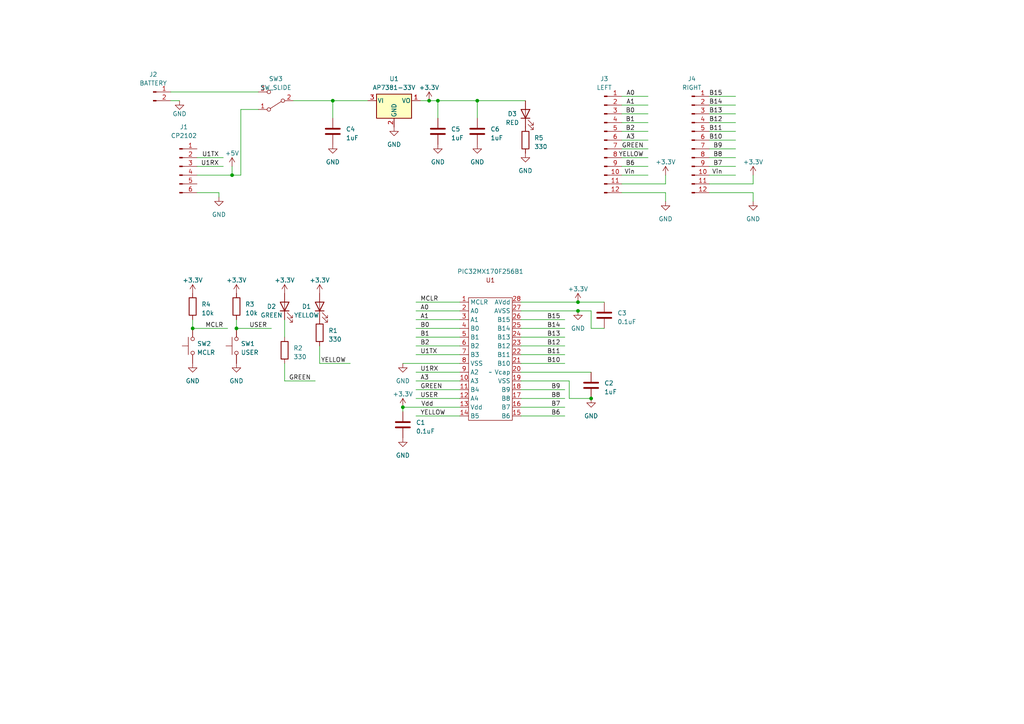
<source format=kicad_sch>
(kicad_sch (version 20230121) (generator eeschema)

  (uuid a5cb2453-51e7-4caf-9b1e-28490247aa2c)

  (paper "A4")

  (lib_symbols
    (symbol "Connector:Conn_01x02_Pin" (pin_names (offset 1.016) hide) (in_bom yes) (on_board yes)
      (property "Reference" "J" (at 0 2.54 0)
        (effects (font (size 1.27 1.27)))
      )
      (property "Value" "Conn_01x02_Pin" (at 0 -5.08 0)
        (effects (font (size 1.27 1.27)))
      )
      (property "Footprint" "" (at 0 0 0)
        (effects (font (size 1.27 1.27)) hide)
      )
      (property "Datasheet" "~" (at 0 0 0)
        (effects (font (size 1.27 1.27)) hide)
      )
      (property "ki_locked" "" (at 0 0 0)
        (effects (font (size 1.27 1.27)))
      )
      (property "ki_keywords" "connector" (at 0 0 0)
        (effects (font (size 1.27 1.27)) hide)
      )
      (property "ki_description" "Generic connector, single row, 01x02, script generated" (at 0 0 0)
        (effects (font (size 1.27 1.27)) hide)
      )
      (property "ki_fp_filters" "Connector*:*_1x??_*" (at 0 0 0)
        (effects (font (size 1.27 1.27)) hide)
      )
      (symbol "Conn_01x02_Pin_1_1"
        (polyline
          (pts
            (xy 1.27 -2.54)
            (xy 0.8636 -2.54)
          )
          (stroke (width 0.1524) (type default))
          (fill (type none))
        )
        (polyline
          (pts
            (xy 1.27 0)
            (xy 0.8636 0)
          )
          (stroke (width 0.1524) (type default))
          (fill (type none))
        )
        (rectangle (start 0.8636 -2.413) (end 0 -2.667)
          (stroke (width 0.1524) (type default))
          (fill (type outline))
        )
        (rectangle (start 0.8636 0.127) (end 0 -0.127)
          (stroke (width 0.1524) (type default))
          (fill (type outline))
        )
        (pin passive line (at 5.08 0 180) (length 3.81)
          (name "Pin_1" (effects (font (size 1.27 1.27))))
          (number "1" (effects (font (size 1.27 1.27))))
        )
        (pin passive line (at 5.08 -2.54 180) (length 3.81)
          (name "Pin_2" (effects (font (size 1.27 1.27))))
          (number "2" (effects (font (size 1.27 1.27))))
        )
      )
    )
    (symbol "Connector:Conn_01x06_Pin" (pin_names (offset 1.016) hide) (in_bom yes) (on_board yes)
      (property "Reference" "J" (at 0 7.62 0)
        (effects (font (size 1.27 1.27)))
      )
      (property "Value" "Conn_01x06_Pin" (at 0 -10.16 0)
        (effects (font (size 1.27 1.27)))
      )
      (property "Footprint" "" (at 0 0 0)
        (effects (font (size 1.27 1.27)) hide)
      )
      (property "Datasheet" "~" (at 0 0 0)
        (effects (font (size 1.27 1.27)) hide)
      )
      (property "ki_locked" "" (at 0 0 0)
        (effects (font (size 1.27 1.27)))
      )
      (property "ki_keywords" "connector" (at 0 0 0)
        (effects (font (size 1.27 1.27)) hide)
      )
      (property "ki_description" "Generic connector, single row, 01x06, script generated" (at 0 0 0)
        (effects (font (size 1.27 1.27)) hide)
      )
      (property "ki_fp_filters" "Connector*:*_1x??_*" (at 0 0 0)
        (effects (font (size 1.27 1.27)) hide)
      )
      (symbol "Conn_01x06_Pin_1_1"
        (polyline
          (pts
            (xy 1.27 -7.62)
            (xy 0.8636 -7.62)
          )
          (stroke (width 0.1524) (type default))
          (fill (type none))
        )
        (polyline
          (pts
            (xy 1.27 -5.08)
            (xy 0.8636 -5.08)
          )
          (stroke (width 0.1524) (type default))
          (fill (type none))
        )
        (polyline
          (pts
            (xy 1.27 -2.54)
            (xy 0.8636 -2.54)
          )
          (stroke (width 0.1524) (type default))
          (fill (type none))
        )
        (polyline
          (pts
            (xy 1.27 0)
            (xy 0.8636 0)
          )
          (stroke (width 0.1524) (type default))
          (fill (type none))
        )
        (polyline
          (pts
            (xy 1.27 2.54)
            (xy 0.8636 2.54)
          )
          (stroke (width 0.1524) (type default))
          (fill (type none))
        )
        (polyline
          (pts
            (xy 1.27 5.08)
            (xy 0.8636 5.08)
          )
          (stroke (width 0.1524) (type default))
          (fill (type none))
        )
        (rectangle (start 0.8636 -7.493) (end 0 -7.747)
          (stroke (width 0.1524) (type default))
          (fill (type outline))
        )
        (rectangle (start 0.8636 -4.953) (end 0 -5.207)
          (stroke (width 0.1524) (type default))
          (fill (type outline))
        )
        (rectangle (start 0.8636 -2.413) (end 0 -2.667)
          (stroke (width 0.1524) (type default))
          (fill (type outline))
        )
        (rectangle (start 0.8636 0.127) (end 0 -0.127)
          (stroke (width 0.1524) (type default))
          (fill (type outline))
        )
        (rectangle (start 0.8636 2.667) (end 0 2.413)
          (stroke (width 0.1524) (type default))
          (fill (type outline))
        )
        (rectangle (start 0.8636 5.207) (end 0 4.953)
          (stroke (width 0.1524) (type default))
          (fill (type outline))
        )
        (pin passive line (at 5.08 5.08 180) (length 3.81)
          (name "Pin_1" (effects (font (size 1.27 1.27))))
          (number "1" (effects (font (size 1.27 1.27))))
        )
        (pin passive line (at 5.08 2.54 180) (length 3.81)
          (name "Pin_2" (effects (font (size 1.27 1.27))))
          (number "2" (effects (font (size 1.27 1.27))))
        )
        (pin passive line (at 5.08 0 180) (length 3.81)
          (name "Pin_3" (effects (font (size 1.27 1.27))))
          (number "3" (effects (font (size 1.27 1.27))))
        )
        (pin passive line (at 5.08 -2.54 180) (length 3.81)
          (name "Pin_4" (effects (font (size 1.27 1.27))))
          (number "4" (effects (font (size 1.27 1.27))))
        )
        (pin passive line (at 5.08 -5.08 180) (length 3.81)
          (name "Pin_5" (effects (font (size 1.27 1.27))))
          (number "5" (effects (font (size 1.27 1.27))))
        )
        (pin passive line (at 5.08 -7.62 180) (length 3.81)
          (name "Pin_6" (effects (font (size 1.27 1.27))))
          (number "6" (effects (font (size 1.27 1.27))))
        )
      )
    )
    (symbol "Connector:Conn_01x12_Pin" (pin_names (offset 1.016) hide) (in_bom yes) (on_board yes)
      (property "Reference" "J" (at 0 15.24 0)
        (effects (font (size 1.27 1.27)))
      )
      (property "Value" "Conn_01x12_Pin" (at 0 -17.78 0)
        (effects (font (size 1.27 1.27)))
      )
      (property "Footprint" "" (at 0 0 0)
        (effects (font (size 1.27 1.27)) hide)
      )
      (property "Datasheet" "~" (at 0 0 0)
        (effects (font (size 1.27 1.27)) hide)
      )
      (property "ki_locked" "" (at 0 0 0)
        (effects (font (size 1.27 1.27)))
      )
      (property "ki_keywords" "connector" (at 0 0 0)
        (effects (font (size 1.27 1.27)) hide)
      )
      (property "ki_description" "Generic connector, single row, 01x12, script generated" (at 0 0 0)
        (effects (font (size 1.27 1.27)) hide)
      )
      (property "ki_fp_filters" "Connector*:*_1x??_*" (at 0 0 0)
        (effects (font (size 1.27 1.27)) hide)
      )
      (symbol "Conn_01x12_Pin_1_1"
        (polyline
          (pts
            (xy 1.27 -15.24)
            (xy 0.8636 -15.24)
          )
          (stroke (width 0.1524) (type default))
          (fill (type none))
        )
        (polyline
          (pts
            (xy 1.27 -12.7)
            (xy 0.8636 -12.7)
          )
          (stroke (width 0.1524) (type default))
          (fill (type none))
        )
        (polyline
          (pts
            (xy 1.27 -10.16)
            (xy 0.8636 -10.16)
          )
          (stroke (width 0.1524) (type default))
          (fill (type none))
        )
        (polyline
          (pts
            (xy 1.27 -7.62)
            (xy 0.8636 -7.62)
          )
          (stroke (width 0.1524) (type default))
          (fill (type none))
        )
        (polyline
          (pts
            (xy 1.27 -5.08)
            (xy 0.8636 -5.08)
          )
          (stroke (width 0.1524) (type default))
          (fill (type none))
        )
        (polyline
          (pts
            (xy 1.27 -2.54)
            (xy 0.8636 -2.54)
          )
          (stroke (width 0.1524) (type default))
          (fill (type none))
        )
        (polyline
          (pts
            (xy 1.27 0)
            (xy 0.8636 0)
          )
          (stroke (width 0.1524) (type default))
          (fill (type none))
        )
        (polyline
          (pts
            (xy 1.27 2.54)
            (xy 0.8636 2.54)
          )
          (stroke (width 0.1524) (type default))
          (fill (type none))
        )
        (polyline
          (pts
            (xy 1.27 5.08)
            (xy 0.8636 5.08)
          )
          (stroke (width 0.1524) (type default))
          (fill (type none))
        )
        (polyline
          (pts
            (xy 1.27 7.62)
            (xy 0.8636 7.62)
          )
          (stroke (width 0.1524) (type default))
          (fill (type none))
        )
        (polyline
          (pts
            (xy 1.27 10.16)
            (xy 0.8636 10.16)
          )
          (stroke (width 0.1524) (type default))
          (fill (type none))
        )
        (polyline
          (pts
            (xy 1.27 12.7)
            (xy 0.8636 12.7)
          )
          (stroke (width 0.1524) (type default))
          (fill (type none))
        )
        (rectangle (start 0.8636 -15.113) (end 0 -15.367)
          (stroke (width 0.1524) (type default))
          (fill (type outline))
        )
        (rectangle (start 0.8636 -12.573) (end 0 -12.827)
          (stroke (width 0.1524) (type default))
          (fill (type outline))
        )
        (rectangle (start 0.8636 -10.033) (end 0 -10.287)
          (stroke (width 0.1524) (type default))
          (fill (type outline))
        )
        (rectangle (start 0.8636 -7.493) (end 0 -7.747)
          (stroke (width 0.1524) (type default))
          (fill (type outline))
        )
        (rectangle (start 0.8636 -4.953) (end 0 -5.207)
          (stroke (width 0.1524) (type default))
          (fill (type outline))
        )
        (rectangle (start 0.8636 -2.413) (end 0 -2.667)
          (stroke (width 0.1524) (type default))
          (fill (type outline))
        )
        (rectangle (start 0.8636 0.127) (end 0 -0.127)
          (stroke (width 0.1524) (type default))
          (fill (type outline))
        )
        (rectangle (start 0.8636 2.667) (end 0 2.413)
          (stroke (width 0.1524) (type default))
          (fill (type outline))
        )
        (rectangle (start 0.8636 5.207) (end 0 4.953)
          (stroke (width 0.1524) (type default))
          (fill (type outline))
        )
        (rectangle (start 0.8636 7.747) (end 0 7.493)
          (stroke (width 0.1524) (type default))
          (fill (type outline))
        )
        (rectangle (start 0.8636 10.287) (end 0 10.033)
          (stroke (width 0.1524) (type default))
          (fill (type outline))
        )
        (rectangle (start 0.8636 12.827) (end 0 12.573)
          (stroke (width 0.1524) (type default))
          (fill (type outline))
        )
        (pin passive line (at 5.08 12.7 180) (length 3.81)
          (name "Pin_1" (effects (font (size 1.27 1.27))))
          (number "1" (effects (font (size 1.27 1.27))))
        )
        (pin passive line (at 5.08 -10.16 180) (length 3.81)
          (name "Pin_10" (effects (font (size 1.27 1.27))))
          (number "10" (effects (font (size 1.27 1.27))))
        )
        (pin passive line (at 5.08 -12.7 180) (length 3.81)
          (name "Pin_11" (effects (font (size 1.27 1.27))))
          (number "11" (effects (font (size 1.27 1.27))))
        )
        (pin passive line (at 5.08 -15.24 180) (length 3.81)
          (name "Pin_12" (effects (font (size 1.27 1.27))))
          (number "12" (effects (font (size 1.27 1.27))))
        )
        (pin passive line (at 5.08 10.16 180) (length 3.81)
          (name "Pin_2" (effects (font (size 1.27 1.27))))
          (number "2" (effects (font (size 1.27 1.27))))
        )
        (pin passive line (at 5.08 7.62 180) (length 3.81)
          (name "Pin_3" (effects (font (size 1.27 1.27))))
          (number "3" (effects (font (size 1.27 1.27))))
        )
        (pin passive line (at 5.08 5.08 180) (length 3.81)
          (name "Pin_4" (effects (font (size 1.27 1.27))))
          (number "4" (effects (font (size 1.27 1.27))))
        )
        (pin passive line (at 5.08 2.54 180) (length 3.81)
          (name "Pin_5" (effects (font (size 1.27 1.27))))
          (number "5" (effects (font (size 1.27 1.27))))
        )
        (pin passive line (at 5.08 0 180) (length 3.81)
          (name "Pin_6" (effects (font (size 1.27 1.27))))
          (number "6" (effects (font (size 1.27 1.27))))
        )
        (pin passive line (at 5.08 -2.54 180) (length 3.81)
          (name "Pin_7" (effects (font (size 1.27 1.27))))
          (number "7" (effects (font (size 1.27 1.27))))
        )
        (pin passive line (at 5.08 -5.08 180) (length 3.81)
          (name "Pin_8" (effects (font (size 1.27 1.27))))
          (number "8" (effects (font (size 1.27 1.27))))
        )
        (pin passive line (at 5.08 -7.62 180) (length 3.81)
          (name "Pin_9" (effects (font (size 1.27 1.27))))
          (number "9" (effects (font (size 1.27 1.27))))
        )
      )
    )
    (symbol "Custom Chips:PIC32MX170F256B" (in_bom yes) (on_board yes)
      (property "Reference" "PIC32MX170F256B" (at 0 24.13 0)
        (effects (font (size 1.27 1.27)))
      )
      (property "Value" "" (at 0 0 0)
        (effects (font (size 1.27 1.27)))
      )
      (property "Footprint" "" (at 0 0 0)
        (effects (font (size 1.27 1.27)) hide)
      )
      (property "Datasheet" "" (at 0 0 0)
        (effects (font (size 1.27 1.27)) hide)
      )
      (symbol "PIC32MX170F256B_0_1"
        (rectangle (start -6.35 21.59) (end 6.35 -13.97)
          (stroke (width 0) (type default))
          (fill (type none))
        )
      )
      (symbol "PIC32MX170F256B_1_1"
        (text "U1" (at 0 26.67 0)
          (effects (font (size 1.27 1.27)))
        )
        (pin input line (at -8.89 20.32 0) (length 2.54)
          (name "MCLR" (effects (font (size 1.27 1.27))))
          (number "1" (effects (font (size 1.27 1.27))))
        )
        (pin input line (at -8.89 -2.54 0) (length 2.54)
          (name "A3" (effects (font (size 1.27 1.27))))
          (number "10" (effects (font (size 1.27 1.27))))
        )
        (pin input line (at -8.89 -5.08 0) (length 2.54)
          (name "B4" (effects (font (size 1.27 1.27))))
          (number "11" (effects (font (size 1.27 1.27))))
        )
        (pin input line (at -8.89 -7.62 0) (length 2.54)
          (name "A4" (effects (font (size 1.27 1.27))))
          (number "12" (effects (font (size 1.27 1.27))))
        )
        (pin input line (at -8.89 -10.16 0) (length 2.54)
          (name "Vdd" (effects (font (size 1.27 1.27))))
          (number "13" (effects (font (size 1.27 1.27))))
        )
        (pin input line (at -8.89 -12.7 0) (length 2.54)
          (name "B5" (effects (font (size 1.27 1.27))))
          (number "14" (effects (font (size 1.27 1.27))))
        )
        (pin input line (at 8.89 -12.7 180) (length 2.54)
          (name "B6" (effects (font (size 1.27 1.27))))
          (number "15" (effects (font (size 1.27 1.27))))
        )
        (pin input line (at 8.89 -10.16 180) (length 2.54)
          (name "B7" (effects (font (size 1.27 1.27))))
          (number "16" (effects (font (size 1.27 1.27))))
        )
        (pin input line (at 8.89 -7.62 180) (length 2.54)
          (name "B8" (effects (font (size 1.27 1.27))))
          (number "17" (effects (font (size 1.27 1.27))))
        )
        (pin input line (at 8.89 -5.08 180) (length 2.54)
          (name "B9" (effects (font (size 1.27 1.27))))
          (number "18" (effects (font (size 1.27 1.27))))
        )
        (pin input line (at 8.89 -2.54 180) (length 2.54)
          (name "VSS" (effects (font (size 1.27 1.27))))
          (number "19" (effects (font (size 1.27 1.27))))
        )
        (pin input line (at -8.89 17.78 0) (length 2.54)
          (name "A0" (effects (font (size 1.27 1.27))))
          (number "2" (effects (font (size 1.27 1.27))))
        )
        (pin input line (at 8.89 0 180) (length 2.54)
          (name "Vcap" (effects (font (size 1.27 1.27))))
          (number "20" (effects (font (size 1.27 1.27))))
        )
        (pin input line (at 8.89 2.54 180) (length 2.54)
          (name "B10" (effects (font (size 1.27 1.27))))
          (number "21" (effects (font (size 1.27 1.27))))
        )
        (pin input line (at 8.89 5.08 180) (length 2.54)
          (name "B11" (effects (font (size 1.27 1.27))))
          (number "22" (effects (font (size 1.27 1.27))))
        )
        (pin input line (at 8.89 7.62 180) (length 2.54)
          (name "B12" (effects (font (size 1.27 1.27))))
          (number "23" (effects (font (size 1.27 1.27))))
        )
        (pin input line (at 8.89 10.16 180) (length 2.54)
          (name "B13" (effects (font (size 1.27 1.27))))
          (number "24" (effects (font (size 1.27 1.27))))
        )
        (pin input line (at 8.89 12.7 180) (length 2.54)
          (name "B14" (effects (font (size 1.27 1.27))))
          (number "25" (effects (font (size 1.27 1.27))))
        )
        (pin input line (at 8.89 15.24 180) (length 2.54)
          (name "B15" (effects (font (size 1.27 1.27))))
          (number "26" (effects (font (size 1.27 1.27))))
        )
        (pin input line (at 8.89 17.78 180) (length 2.54)
          (name "AVSS" (effects (font (size 1.27 1.27))))
          (number "27" (effects (font (size 1.27 1.27))))
        )
        (pin input line (at 8.89 20.32 180) (length 2.54)
          (name "AVdd" (effects (font (size 1.27 1.27))))
          (number "28" (effects (font (size 1.27 1.27))))
        )
        (pin input line (at -8.89 15.24 0) (length 2.54)
          (name "A1" (effects (font (size 1.27 1.27))))
          (number "3" (effects (font (size 1.27 1.27))))
        )
        (pin input line (at -8.89 12.7 0) (length 2.54)
          (name "B0" (effects (font (size 1.27 1.27))))
          (number "4" (effects (font (size 1.27 1.27))))
        )
        (pin input line (at -8.89 10.16 0) (length 2.54)
          (name "B1" (effects (font (size 1.27 1.27))))
          (number "5" (effects (font (size 1.27 1.27))))
        )
        (pin input line (at -8.89 7.62 0) (length 2.54)
          (name "B2" (effects (font (size 1.27 1.27))))
          (number "6" (effects (font (size 1.27 1.27))))
        )
        (pin input line (at -8.89 5.08 0) (length 2.54)
          (name "B3" (effects (font (size 1.27 1.27))))
          (number "7" (effects (font (size 1.27 1.27))))
        )
        (pin input line (at -8.89 2.54 0) (length 2.54)
          (name "VSS" (effects (font (size 1.27 1.27))))
          (number "8" (effects (font (size 1.27 1.27))))
        )
        (pin input line (at -8.89 0 0) (length 2.54)
          (name "A2" (effects (font (size 1.27 1.27))))
          (number "9" (effects (font (size 1.27 1.27))))
        )
      )
    )
    (symbol "Device:C" (pin_numbers hide) (pin_names (offset 0.254)) (in_bom yes) (on_board yes)
      (property "Reference" "C" (at 0.635 2.54 0)
        (effects (font (size 1.27 1.27)) (justify left))
      )
      (property "Value" "C" (at 0.635 -2.54 0)
        (effects (font (size 1.27 1.27)) (justify left))
      )
      (property "Footprint" "" (at 0.9652 -3.81 0)
        (effects (font (size 1.27 1.27)) hide)
      )
      (property "Datasheet" "~" (at 0 0 0)
        (effects (font (size 1.27 1.27)) hide)
      )
      (property "ki_keywords" "cap capacitor" (at 0 0 0)
        (effects (font (size 1.27 1.27)) hide)
      )
      (property "ki_description" "Unpolarized capacitor" (at 0 0 0)
        (effects (font (size 1.27 1.27)) hide)
      )
      (property "ki_fp_filters" "C_*" (at 0 0 0)
        (effects (font (size 1.27 1.27)) hide)
      )
      (symbol "C_0_1"
        (polyline
          (pts
            (xy -2.032 -0.762)
            (xy 2.032 -0.762)
          )
          (stroke (width 0.508) (type default))
          (fill (type none))
        )
        (polyline
          (pts
            (xy -2.032 0.762)
            (xy 2.032 0.762)
          )
          (stroke (width 0.508) (type default))
          (fill (type none))
        )
      )
      (symbol "C_1_1"
        (pin passive line (at 0 3.81 270) (length 2.794)
          (name "~" (effects (font (size 1.27 1.27))))
          (number "1" (effects (font (size 1.27 1.27))))
        )
        (pin passive line (at 0 -3.81 90) (length 2.794)
          (name "~" (effects (font (size 1.27 1.27))))
          (number "2" (effects (font (size 1.27 1.27))))
        )
      )
    )
    (symbol "Device:LED" (pin_numbers hide) (pin_names (offset 1.016) hide) (in_bom yes) (on_board yes)
      (property "Reference" "D" (at 0 2.54 0)
        (effects (font (size 1.27 1.27)))
      )
      (property "Value" "LED" (at 0 -2.54 0)
        (effects (font (size 1.27 1.27)))
      )
      (property "Footprint" "" (at 0 0 0)
        (effects (font (size 1.27 1.27)) hide)
      )
      (property "Datasheet" "~" (at 0 0 0)
        (effects (font (size 1.27 1.27)) hide)
      )
      (property "ki_keywords" "LED diode" (at 0 0 0)
        (effects (font (size 1.27 1.27)) hide)
      )
      (property "ki_description" "Light emitting diode" (at 0 0 0)
        (effects (font (size 1.27 1.27)) hide)
      )
      (property "ki_fp_filters" "LED* LED_SMD:* LED_THT:*" (at 0 0 0)
        (effects (font (size 1.27 1.27)) hide)
      )
      (symbol "LED_0_1"
        (polyline
          (pts
            (xy -1.27 -1.27)
            (xy -1.27 1.27)
          )
          (stroke (width 0.254) (type default))
          (fill (type none))
        )
        (polyline
          (pts
            (xy -1.27 0)
            (xy 1.27 0)
          )
          (stroke (width 0) (type default))
          (fill (type none))
        )
        (polyline
          (pts
            (xy 1.27 -1.27)
            (xy 1.27 1.27)
            (xy -1.27 0)
            (xy 1.27 -1.27)
          )
          (stroke (width 0.254) (type default))
          (fill (type none))
        )
        (polyline
          (pts
            (xy -3.048 -0.762)
            (xy -4.572 -2.286)
            (xy -3.81 -2.286)
            (xy -4.572 -2.286)
            (xy -4.572 -1.524)
          )
          (stroke (width 0) (type default))
          (fill (type none))
        )
        (polyline
          (pts
            (xy -1.778 -0.762)
            (xy -3.302 -2.286)
            (xy -2.54 -2.286)
            (xy -3.302 -2.286)
            (xy -3.302 -1.524)
          )
          (stroke (width 0) (type default))
          (fill (type none))
        )
      )
      (symbol "LED_1_1"
        (pin passive line (at -3.81 0 0) (length 2.54)
          (name "K" (effects (font (size 1.27 1.27))))
          (number "1" (effects (font (size 1.27 1.27))))
        )
        (pin passive line (at 3.81 0 180) (length 2.54)
          (name "A" (effects (font (size 1.27 1.27))))
          (number "2" (effects (font (size 1.27 1.27))))
        )
      )
    )
    (symbol "Device:R" (pin_numbers hide) (pin_names (offset 0)) (in_bom yes) (on_board yes)
      (property "Reference" "R" (at 2.032 0 90)
        (effects (font (size 1.27 1.27)))
      )
      (property "Value" "R" (at 0 0 90)
        (effects (font (size 1.27 1.27)))
      )
      (property "Footprint" "" (at -1.778 0 90)
        (effects (font (size 1.27 1.27)) hide)
      )
      (property "Datasheet" "~" (at 0 0 0)
        (effects (font (size 1.27 1.27)) hide)
      )
      (property "ki_keywords" "R res resistor" (at 0 0 0)
        (effects (font (size 1.27 1.27)) hide)
      )
      (property "ki_description" "Resistor" (at 0 0 0)
        (effects (font (size 1.27 1.27)) hide)
      )
      (property "ki_fp_filters" "R_*" (at 0 0 0)
        (effects (font (size 1.27 1.27)) hide)
      )
      (symbol "R_0_1"
        (rectangle (start -1.016 -2.54) (end 1.016 2.54)
          (stroke (width 0.254) (type default))
          (fill (type none))
        )
      )
      (symbol "R_1_1"
        (pin passive line (at 0 3.81 270) (length 1.27)
          (name "~" (effects (font (size 1.27 1.27))))
          (number "1" (effects (font (size 1.27 1.27))))
        )
        (pin passive line (at 0 -3.81 90) (length 1.27)
          (name "~" (effects (font (size 1.27 1.27))))
          (number "2" (effects (font (size 1.27 1.27))))
        )
      )
    )
    (symbol "Regulator_Linear:AP7384-33V" (pin_names (offset 0.254)) (in_bom yes) (on_board yes)
      (property "Reference" "U" (at -3.81 3.175 0)
        (effects (font (size 1.27 1.27)))
      )
      (property "Value" "AP7384-33V" (at 0 3.175 0)
        (effects (font (size 1.27 1.27)) (justify left))
      )
      (property "Footprint" "Package_TO_SOT_THT:TO-92_Inline_Wide" (at 0 5.715 0)
        (effects (font (size 1.27 1.27) italic) hide)
      )
      (property "Datasheet" "https://www.diodes.com/assets/Datasheets/AP7384.pdf" (at 0 0 0)
        (effects (font (size 1.27 1.27)) hide)
      )
      (property "ki_keywords" "50mA LDO Regulator Fixed Positive" (at 0 0 0)
        (effects (font (size 1.27 1.27)) hide)
      )
      (property "ki_description" "50mA Low Dropout Voltage Regulator, Fixed Output 3.3V, Wide Input Voltage Range 40V, TO-92" (at 0 0 0)
        (effects (font (size 1.27 1.27)) hide)
      )
      (property "ki_fp_filters" "TO?92*" (at 0 0 0)
        (effects (font (size 1.27 1.27)) hide)
      )
      (symbol "AP7384-33V_0_1"
        (rectangle (start -5.08 1.905) (end 5.08 -5.08)
          (stroke (width 0.254) (type default))
          (fill (type background))
        )
      )
      (symbol "AP7384-33V_1_1"
        (pin power_out line (at 7.62 0 180) (length 2.54)
          (name "VO" (effects (font (size 1.27 1.27))))
          (number "1" (effects (font (size 1.27 1.27))))
        )
        (pin power_in line (at 0 -7.62 90) (length 2.54)
          (name "GND" (effects (font (size 1.27 1.27))))
          (number "2" (effects (font (size 1.27 1.27))))
        )
        (pin power_in line (at -7.62 0 0) (length 2.54)
          (name "VI" (effects (font (size 1.27 1.27))))
          (number "3" (effects (font (size 1.27 1.27))))
        )
      )
    )
    (symbol "Switch:SW_Push" (pin_numbers hide) (pin_names (offset 1.016) hide) (in_bom yes) (on_board yes)
      (property "Reference" "SW" (at 1.27 2.54 0)
        (effects (font (size 1.27 1.27)) (justify left))
      )
      (property "Value" "SW_Push" (at 0 -1.524 0)
        (effects (font (size 1.27 1.27)))
      )
      (property "Footprint" "" (at 0 5.08 0)
        (effects (font (size 1.27 1.27)) hide)
      )
      (property "Datasheet" "~" (at 0 5.08 0)
        (effects (font (size 1.27 1.27)) hide)
      )
      (property "ki_keywords" "switch normally-open pushbutton push-button" (at 0 0 0)
        (effects (font (size 1.27 1.27)) hide)
      )
      (property "ki_description" "Push button switch, generic, two pins" (at 0 0 0)
        (effects (font (size 1.27 1.27)) hide)
      )
      (symbol "SW_Push_0_1"
        (circle (center -2.032 0) (radius 0.508)
          (stroke (width 0) (type default))
          (fill (type none))
        )
        (polyline
          (pts
            (xy 0 1.27)
            (xy 0 3.048)
          )
          (stroke (width 0) (type default))
          (fill (type none))
        )
        (polyline
          (pts
            (xy 2.54 1.27)
            (xy -2.54 1.27)
          )
          (stroke (width 0) (type default))
          (fill (type none))
        )
        (circle (center 2.032 0) (radius 0.508)
          (stroke (width 0) (type default))
          (fill (type none))
        )
        (pin passive line (at -5.08 0 0) (length 2.54)
          (name "1" (effects (font (size 1.27 1.27))))
          (number "1" (effects (font (size 1.27 1.27))))
        )
        (pin passive line (at 5.08 0 180) (length 2.54)
          (name "2" (effects (font (size 1.27 1.27))))
          (number "2" (effects (font (size 1.27 1.27))))
        )
      )
    )
    (symbol "Switch:SW_SPDT" (pin_names (offset 0) hide) (in_bom yes) (on_board yes)
      (property "Reference" "SW" (at 0 4.318 0)
        (effects (font (size 1.27 1.27)))
      )
      (property "Value" "SW_SPDT" (at 0 -5.08 0)
        (effects (font (size 1.27 1.27)))
      )
      (property "Footprint" "" (at 0 0 0)
        (effects (font (size 1.27 1.27)) hide)
      )
      (property "Datasheet" "~" (at 0 0 0)
        (effects (font (size 1.27 1.27)) hide)
      )
      (property "ki_keywords" "switch single-pole double-throw spdt ON-ON" (at 0 0 0)
        (effects (font (size 1.27 1.27)) hide)
      )
      (property "ki_description" "Switch, single pole double throw" (at 0 0 0)
        (effects (font (size 1.27 1.27)) hide)
      )
      (symbol "SW_SPDT_0_0"
        (circle (center -2.032 0) (radius 0.508)
          (stroke (width 0) (type default))
          (fill (type none))
        )
        (circle (center 2.032 -2.54) (radius 0.508)
          (stroke (width 0) (type default))
          (fill (type none))
        )
      )
      (symbol "SW_SPDT_0_1"
        (polyline
          (pts
            (xy -1.524 0.254)
            (xy 1.651 2.286)
          )
          (stroke (width 0) (type default))
          (fill (type none))
        )
        (circle (center 2.032 2.54) (radius 0.508)
          (stroke (width 0) (type default))
          (fill (type none))
        )
      )
      (symbol "SW_SPDT_1_1"
        (pin passive line (at 5.08 2.54 180) (length 2.54)
          (name "A" (effects (font (size 1.27 1.27))))
          (number "1" (effects (font (size 1.27 1.27))))
        )
        (pin passive line (at -5.08 0 0) (length 2.54)
          (name "B" (effects (font (size 1.27 1.27))))
          (number "2" (effects (font (size 1.27 1.27))))
        )
        (pin passive line (at 5.08 -2.54 180) (length 2.54)
          (name "C" (effects (font (size 1.27 1.27))))
          (number "3" (effects (font (size 1.27 1.27))))
        )
      )
    )
    (symbol "power:+3.3V" (power) (pin_names (offset 0)) (in_bom yes) (on_board yes)
      (property "Reference" "#PWR" (at 0 -3.81 0)
        (effects (font (size 1.27 1.27)) hide)
      )
      (property "Value" "+3.3V" (at 0 3.556 0)
        (effects (font (size 1.27 1.27)))
      )
      (property "Footprint" "" (at 0 0 0)
        (effects (font (size 1.27 1.27)) hide)
      )
      (property "Datasheet" "" (at 0 0 0)
        (effects (font (size 1.27 1.27)) hide)
      )
      (property "ki_keywords" "global power" (at 0 0 0)
        (effects (font (size 1.27 1.27)) hide)
      )
      (property "ki_description" "Power symbol creates a global label with name \"+3.3V\"" (at 0 0 0)
        (effects (font (size 1.27 1.27)) hide)
      )
      (symbol "+3.3V_0_1"
        (polyline
          (pts
            (xy -0.762 1.27)
            (xy 0 2.54)
          )
          (stroke (width 0) (type default))
          (fill (type none))
        )
        (polyline
          (pts
            (xy 0 0)
            (xy 0 2.54)
          )
          (stroke (width 0) (type default))
          (fill (type none))
        )
        (polyline
          (pts
            (xy 0 2.54)
            (xy 0.762 1.27)
          )
          (stroke (width 0) (type default))
          (fill (type none))
        )
      )
      (symbol "+3.3V_1_1"
        (pin power_in line (at 0 0 90) (length 0) hide
          (name "+3.3V" (effects (font (size 1.27 1.27))))
          (number "1" (effects (font (size 1.27 1.27))))
        )
      )
    )
    (symbol "power:+5V" (power) (pin_names (offset 0)) (in_bom yes) (on_board yes)
      (property "Reference" "#PWR" (at 0 -3.81 0)
        (effects (font (size 1.27 1.27)) hide)
      )
      (property "Value" "+5V" (at 0 3.556 0)
        (effects (font (size 1.27 1.27)))
      )
      (property "Footprint" "" (at 0 0 0)
        (effects (font (size 1.27 1.27)) hide)
      )
      (property "Datasheet" "" (at 0 0 0)
        (effects (font (size 1.27 1.27)) hide)
      )
      (property "ki_keywords" "global power" (at 0 0 0)
        (effects (font (size 1.27 1.27)) hide)
      )
      (property "ki_description" "Power symbol creates a global label with name \"+5V\"" (at 0 0 0)
        (effects (font (size 1.27 1.27)) hide)
      )
      (symbol "+5V_0_1"
        (polyline
          (pts
            (xy -0.762 1.27)
            (xy 0 2.54)
          )
          (stroke (width 0) (type default))
          (fill (type none))
        )
        (polyline
          (pts
            (xy 0 0)
            (xy 0 2.54)
          )
          (stroke (width 0) (type default))
          (fill (type none))
        )
        (polyline
          (pts
            (xy 0 2.54)
            (xy 0.762 1.27)
          )
          (stroke (width 0) (type default))
          (fill (type none))
        )
      )
      (symbol "+5V_1_1"
        (pin power_in line (at 0 0 90) (length 0) hide
          (name "+5V" (effects (font (size 1.27 1.27))))
          (number "1" (effects (font (size 1.27 1.27))))
        )
      )
    )
    (symbol "power:GND" (power) (pin_names (offset 0)) (in_bom yes) (on_board yes)
      (property "Reference" "#PWR" (at 0 -6.35 0)
        (effects (font (size 1.27 1.27)) hide)
      )
      (property "Value" "GND" (at 0 -3.81 0)
        (effects (font (size 1.27 1.27)))
      )
      (property "Footprint" "" (at 0 0 0)
        (effects (font (size 1.27 1.27)) hide)
      )
      (property "Datasheet" "" (at 0 0 0)
        (effects (font (size 1.27 1.27)) hide)
      )
      (property "ki_keywords" "global power" (at 0 0 0)
        (effects (font (size 1.27 1.27)) hide)
      )
      (property "ki_description" "Power symbol creates a global label with name \"GND\" , ground" (at 0 0 0)
        (effects (font (size 1.27 1.27)) hide)
      )
      (symbol "GND_0_1"
        (polyline
          (pts
            (xy 0 0)
            (xy 0 -1.27)
            (xy 1.27 -1.27)
            (xy 0 -2.54)
            (xy -1.27 -1.27)
            (xy 0 -1.27)
          )
          (stroke (width 0) (type default))
          (fill (type none))
        )
      )
      (symbol "GND_1_1"
        (pin power_in line (at 0 0 270) (length 0) hide
          (name "GND" (effects (font (size 1.27 1.27))))
          (number "1" (effects (font (size 1.27 1.27))))
        )
      )
    )
  )

  (junction (at 67.31 50.8) (diameter 0) (color 0 0 0 0)
    (uuid 14b02e93-e3a9-47fd-94f9-0c372c9865ae)
  )
  (junction (at 167.64 90.17) (diameter 0) (color 0 0 0 0)
    (uuid 2042d686-eb1f-47ae-aa26-66e95037c3ca)
  )
  (junction (at 96.52 29.21) (diameter 0) (color 0 0 0 0)
    (uuid 27525e46-a573-432b-8555-d7a6e5c89f90)
  )
  (junction (at 124.46 29.21) (diameter 0) (color 0 0 0 0)
    (uuid 7c322ed8-212d-422c-b418-d471489d408e)
  )
  (junction (at 127 29.21) (diameter 0) (color 0 0 0 0)
    (uuid 8de42084-6e50-407a-835e-b05ffa6bc5f7)
  )
  (junction (at 55.88 95.25) (diameter 0) (color 0 0 0 0)
    (uuid a00a6520-bb39-4c68-bfd3-3167ea90b743)
  )
  (junction (at 167.64 87.63) (diameter 0) (color 0 0 0 0)
    (uuid ac5312ab-de20-4db3-95ae-a7e8dd5c0d35)
  )
  (junction (at 138.43 29.21) (diameter 0) (color 0 0 0 0)
    (uuid b606eced-69a7-4cb2-858f-e1cbe3c028b4)
  )
  (junction (at 171.45 115.57) (diameter 0) (color 0 0 0 0)
    (uuid bc58c3d6-c228-441e-af30-c5e72843ce73)
  )
  (junction (at 116.84 118.11) (diameter 0) (color 0 0 0 0)
    (uuid ce33b9af-b584-4e2a-bfce-57e36880d9a4)
  )
  (junction (at 68.58 95.25) (diameter 0) (color 0 0 0 0)
    (uuid f4023277-980e-4d19-be4b-5489e3a0c8e5)
  )

  (wire (pts (xy 82.55 110.49) (xy 82.55 105.41))
    (stroke (width 0) (type default))
    (uuid 012a5245-0913-41d1-a420-7ade7bb14e0c)
  )
  (wire (pts (xy 120.65 113.03) (xy 133.35 113.03))
    (stroke (width 0) (type default))
    (uuid 04eb4008-b6a0-43c8-abb6-783065765934)
  )
  (wire (pts (xy 68.58 92.71) (xy 68.58 95.25))
    (stroke (width 0) (type default))
    (uuid 06272a94-006d-4851-a1fa-6d2c304edbc7)
  )
  (wire (pts (xy 69.85 31.75) (xy 74.93 31.75))
    (stroke (width 0) (type default))
    (uuid 06ee6de7-ffbd-45a6-84a3-e3920d7c6536)
  )
  (wire (pts (xy 180.34 33.02) (xy 187.96 33.02))
    (stroke (width 0) (type default))
    (uuid 07210fe3-085d-4299-a036-37e7f7582646)
  )
  (wire (pts (xy 120.65 87.63) (xy 133.35 87.63))
    (stroke (width 0) (type default))
    (uuid 08420565-69b9-4ca2-8c8d-ffb407e9e8d2)
  )
  (wire (pts (xy 127 29.21) (xy 127 34.29))
    (stroke (width 0) (type default))
    (uuid 14aed547-ffc6-4820-95e1-2b3a3853574d)
  )
  (wire (pts (xy 180.34 35.56) (xy 187.96 35.56))
    (stroke (width 0) (type default))
    (uuid 15779222-32f8-4ad2-81c9-ac288594141a)
  )
  (wire (pts (xy 151.13 113.03) (xy 163.83 113.03))
    (stroke (width 0) (type default))
    (uuid 16284f21-a302-4886-b87c-7ffd07463861)
  )
  (wire (pts (xy 167.64 87.63) (xy 175.26 87.63))
    (stroke (width 0) (type default))
    (uuid 162a5fac-7741-45d0-a1c1-872f8b9d3c92)
  )
  (wire (pts (xy 165.1 110.49) (xy 165.1 115.57))
    (stroke (width 0) (type default))
    (uuid 16ab84a0-4967-4463-9321-720566da7985)
  )
  (wire (pts (xy 180.34 55.88) (xy 193.04 55.88))
    (stroke (width 0) (type default))
    (uuid 1920e8ff-b03f-48bf-a444-0102a6091db4)
  )
  (wire (pts (xy 205.74 43.18) (xy 213.36 43.18))
    (stroke (width 0) (type default))
    (uuid 1a4a8757-9ad8-491a-bd7c-079ef4d7a8a2)
  )
  (wire (pts (xy 116.84 118.11) (xy 133.35 118.11))
    (stroke (width 0) (type default))
    (uuid 1b9a84e6-8252-4cab-be2c-e494cb267d2c)
  )
  (wire (pts (xy 55.88 92.71) (xy 55.88 95.25))
    (stroke (width 0) (type default))
    (uuid 1cc29f4c-8cb0-4eab-ae06-4ef309cc3da6)
  )
  (wire (pts (xy 151.13 105.41) (xy 163.83 105.41))
    (stroke (width 0) (type default))
    (uuid 22c501a1-c615-438c-ae1d-a85dcb995de7)
  )
  (wire (pts (xy 180.34 40.64) (xy 187.96 40.64))
    (stroke (width 0) (type default))
    (uuid 23643f0d-d2fc-434d-9cf1-029f9541f5bd)
  )
  (wire (pts (xy 171.45 95.25) (xy 175.26 95.25))
    (stroke (width 0) (type default))
    (uuid 249ea6e7-3507-4f1e-82b1-cd8b9b27fa10)
  )
  (wire (pts (xy 120.65 120.65) (xy 133.35 120.65))
    (stroke (width 0) (type default))
    (uuid 25b5e433-648e-4230-872b-75034f7eefc0)
  )
  (wire (pts (xy 82.55 110.49) (xy 91.44 110.49))
    (stroke (width 0) (type default))
    (uuid 28cc9b1d-40ae-4550-b85a-ccf0a0409037)
  )
  (wire (pts (xy 151.13 90.17) (xy 167.64 90.17))
    (stroke (width 0) (type default))
    (uuid 2b77bd77-ad2a-450e-b3e5-24b718c98f4c)
  )
  (wire (pts (xy 180.34 45.72) (xy 187.96 45.72))
    (stroke (width 0) (type default))
    (uuid 2b95d915-d4e1-42f2-a907-1d34757b3f80)
  )
  (wire (pts (xy 68.58 95.25) (xy 78.74 95.25))
    (stroke (width 0) (type default))
    (uuid 2c5f082e-d706-4c14-989e-80695d9df3c7)
  )
  (wire (pts (xy 151.13 118.11) (xy 163.83 118.11))
    (stroke (width 0) (type default))
    (uuid 2d941c69-c8b3-47ad-bb01-2fe6f0163818)
  )
  (wire (pts (xy 180.34 48.26) (xy 187.96 48.26))
    (stroke (width 0) (type default))
    (uuid 30b07474-5351-43aa-a4ba-947f8e98013c)
  )
  (wire (pts (xy 96.52 29.21) (xy 96.52 34.29))
    (stroke (width 0) (type default))
    (uuid 32c910c3-4e60-499c-8052-56577165bbbc)
  )
  (wire (pts (xy 205.74 30.48) (xy 213.36 30.48))
    (stroke (width 0) (type default))
    (uuid 34a301f2-b276-4c91-be2c-49010b909d86)
  )
  (wire (pts (xy 180.34 43.18) (xy 187.96 43.18))
    (stroke (width 0) (type default))
    (uuid 3815d250-6351-4d91-a34b-8cb4bbe08d9c)
  )
  (wire (pts (xy 120.65 97.79) (xy 133.35 97.79))
    (stroke (width 0) (type default))
    (uuid 3de57854-4f05-4c65-8a93-810cad514f8b)
  )
  (wire (pts (xy 205.74 48.26) (xy 213.36 48.26))
    (stroke (width 0) (type default))
    (uuid 3f4efb3a-a400-4f0d-b543-c626ccefbf85)
  )
  (wire (pts (xy 96.52 29.21) (xy 106.68 29.21))
    (stroke (width 0) (type default))
    (uuid 413f610b-7bd5-4ad0-ae48-898c26c0802a)
  )
  (wire (pts (xy 55.88 95.25) (xy 66.04 95.25))
    (stroke (width 0) (type default))
    (uuid 45d96fdb-2226-4b42-8256-93ef74f95848)
  )
  (wire (pts (xy 138.43 29.21) (xy 152.4 29.21))
    (stroke (width 0) (type default))
    (uuid 47d64e1d-dbb1-4cbd-b302-a4ba00c75dbc)
  )
  (wire (pts (xy 180.34 50.8) (xy 187.96 50.8))
    (stroke (width 0) (type default))
    (uuid 498419a1-ddf4-40c6-a021-d0e0803d1b9b)
  )
  (wire (pts (xy 92.71 105.41) (xy 101.6 105.41))
    (stroke (width 0) (type default))
    (uuid 4c116ab5-f34b-4b9a-8966-a36c5db76b2c)
  )
  (wire (pts (xy 151.13 87.63) (xy 167.64 87.63))
    (stroke (width 0) (type default))
    (uuid 4ccf3648-0331-44b9-9c7e-456ca4f6a9cc)
  )
  (wire (pts (xy 69.85 50.8) (xy 69.85 31.75))
    (stroke (width 0) (type default))
    (uuid 4db5c841-baab-43bb-9509-535ba3517ed6)
  )
  (wire (pts (xy 49.53 29.21) (xy 52.07 29.21))
    (stroke (width 0) (type default))
    (uuid 4e7e6a8e-563c-4b7e-b374-051b164cad55)
  )
  (wire (pts (xy 57.15 45.72) (xy 64.77 45.72))
    (stroke (width 0) (type default))
    (uuid 5014298f-b150-42a8-81c1-56b35f0357db)
  )
  (wire (pts (xy 124.46 29.21) (xy 127 29.21))
    (stroke (width 0) (type default))
    (uuid 50c83e6d-d315-4d66-a10e-782c3a1480c4)
  )
  (wire (pts (xy 49.53 26.67) (xy 74.93 26.67))
    (stroke (width 0) (type default))
    (uuid 55208abd-ce0b-4f42-8d5d-05826dd860d4)
  )
  (wire (pts (xy 180.34 30.48) (xy 187.96 30.48))
    (stroke (width 0) (type default))
    (uuid 56396f50-ea61-40df-bc8b-efe8a6e6ec86)
  )
  (wire (pts (xy 193.04 53.34) (xy 193.04 50.8))
    (stroke (width 0) (type default))
    (uuid 5c130d02-ccdb-46b3-8352-08f1329ec8a9)
  )
  (wire (pts (xy 151.13 100.33) (xy 163.83 100.33))
    (stroke (width 0) (type default))
    (uuid 5e5c9787-684c-42e5-9a85-3ebf294eefbe)
  )
  (wire (pts (xy 165.1 115.57) (xy 171.45 115.57))
    (stroke (width 0) (type default))
    (uuid 5f81c82e-0d2c-4ce5-8ee2-524fb4b009dd)
  )
  (wire (pts (xy 193.04 55.88) (xy 193.04 58.42))
    (stroke (width 0) (type default))
    (uuid 6274992d-29ad-40c6-ab05-b788d324dec0)
  )
  (wire (pts (xy 151.13 92.71) (xy 163.83 92.71))
    (stroke (width 0) (type default))
    (uuid 653cb6b4-5e12-408a-a00d-80c2289b76b4)
  )
  (wire (pts (xy 151.13 110.49) (xy 165.1 110.49))
    (stroke (width 0) (type default))
    (uuid 6670df12-b542-4c5b-be17-41938af6974c)
  )
  (wire (pts (xy 205.74 50.8) (xy 213.36 50.8))
    (stroke (width 0) (type default))
    (uuid 66f3de35-1ad0-4464-ab33-467c5f54be77)
  )
  (wire (pts (xy 205.74 53.34) (xy 218.44 53.34))
    (stroke (width 0) (type default))
    (uuid 6e2db2f8-0667-4416-8af7-fe3a27dac4ba)
  )
  (wire (pts (xy 120.65 95.25) (xy 133.35 95.25))
    (stroke (width 0) (type default))
    (uuid 6e8c1027-17c6-452a-b18c-9dae24158b8f)
  )
  (wire (pts (xy 82.55 92.71) (xy 82.55 97.79))
    (stroke (width 0) (type default))
    (uuid 76575030-9fee-4298-ac08-979039772262)
  )
  (wire (pts (xy 205.74 27.94) (xy 213.36 27.94))
    (stroke (width 0) (type default))
    (uuid 766b14eb-ea89-4f43-a8cd-24ea95fa4054)
  )
  (wire (pts (xy 205.74 33.02) (xy 213.36 33.02))
    (stroke (width 0) (type default))
    (uuid 77bc0a39-8676-40e0-8d6f-5fc7ae557e39)
  )
  (wire (pts (xy 171.45 90.17) (xy 171.45 95.25))
    (stroke (width 0) (type default))
    (uuid 7b0ead43-4e7c-4d0d-ab9e-2cd203918cd4)
  )
  (wire (pts (xy 205.74 45.72) (xy 213.36 45.72))
    (stroke (width 0) (type default))
    (uuid 7ef83682-bf35-4698-b793-9d82f83cbd39)
  )
  (wire (pts (xy 116.84 105.41) (xy 133.35 105.41))
    (stroke (width 0) (type default))
    (uuid 7f04dc75-369c-4b34-97af-08b0237a92f7)
  )
  (wire (pts (xy 151.13 97.79) (xy 163.83 97.79))
    (stroke (width 0) (type default))
    (uuid 7fcb9010-ed26-4143-ae12-1a601d254150)
  )
  (wire (pts (xy 167.64 90.17) (xy 171.45 90.17))
    (stroke (width 0) (type default))
    (uuid 82dd249a-b59c-4e75-89c9-c2782a40d32b)
  )
  (wire (pts (xy 218.44 53.34) (xy 218.44 50.8))
    (stroke (width 0) (type default))
    (uuid 89d21e9a-1866-4f5b-ab63-f297a8ac480c)
  )
  (wire (pts (xy 205.74 38.1) (xy 213.36 38.1))
    (stroke (width 0) (type default))
    (uuid 8bd9a701-c165-4c1e-8b49-807808f98556)
  )
  (wire (pts (xy 180.34 53.34) (xy 193.04 53.34))
    (stroke (width 0) (type default))
    (uuid 8c1a4c24-2db9-48db-9604-ba3b34f39dbe)
  )
  (wire (pts (xy 85.09 29.21) (xy 96.52 29.21))
    (stroke (width 0) (type default))
    (uuid 8eb4ac93-fafe-431d-bc7b-54662d57e7b4)
  )
  (wire (pts (xy 180.34 27.94) (xy 187.96 27.94))
    (stroke (width 0) (type default))
    (uuid 8f4c2064-fa88-4bdd-81ef-6ae28e81ad59)
  )
  (wire (pts (xy 116.84 118.11) (xy 116.84 119.38))
    (stroke (width 0) (type default))
    (uuid 92be4766-7b2f-4b8e-a2c5-56a5caffc9cb)
  )
  (wire (pts (xy 127 29.21) (xy 138.43 29.21))
    (stroke (width 0) (type default))
    (uuid 948aafae-4b91-40f7-96ec-76017394fbff)
  )
  (wire (pts (xy 57.15 48.26) (xy 64.77 48.26))
    (stroke (width 0) (type default))
    (uuid 98dac3d2-91fc-479d-87c0-d0e84232d0a5)
  )
  (wire (pts (xy 151.13 107.95) (xy 171.45 107.95))
    (stroke (width 0) (type default))
    (uuid 9abcd7d7-eaf8-422e-b3bd-75d691d03b89)
  )
  (wire (pts (xy 120.65 90.17) (xy 133.35 90.17))
    (stroke (width 0) (type default))
    (uuid 9cb8b354-dcf1-43d7-b407-af106f61c283)
  )
  (wire (pts (xy 205.74 55.88) (xy 218.44 55.88))
    (stroke (width 0) (type default))
    (uuid a2613ce5-f544-4eac-9f27-fe6736c08586)
  )
  (wire (pts (xy 205.74 35.56) (xy 213.36 35.56))
    (stroke (width 0) (type default))
    (uuid ad10ffaf-01f4-41e6-9473-3ca9c07564e9)
  )
  (wire (pts (xy 57.15 50.8) (xy 67.31 50.8))
    (stroke (width 0) (type default))
    (uuid ae03ab01-8cf0-4e14-8628-5ea93cccde3a)
  )
  (wire (pts (xy 120.65 115.57) (xy 133.35 115.57))
    (stroke (width 0) (type default))
    (uuid b01751de-5ff9-4252-9864-44fd0725d790)
  )
  (wire (pts (xy 180.34 38.1) (xy 187.96 38.1))
    (stroke (width 0) (type default))
    (uuid b2bb1fcb-6bf3-4aa8-8305-bb4442434efc)
  )
  (wire (pts (xy 151.13 120.65) (xy 163.83 120.65))
    (stroke (width 0) (type default))
    (uuid b49078e7-b991-4fba-8454-9000af147d00)
  )
  (wire (pts (xy 121.92 29.21) (xy 124.46 29.21))
    (stroke (width 0) (type default))
    (uuid c3171f12-ccde-4b1e-ab30-b9b91ea95312)
  )
  (wire (pts (xy 120.65 92.71) (xy 133.35 92.71))
    (stroke (width 0) (type default))
    (uuid c389f3a7-eed7-4cfe-a4ed-52ce241915e7)
  )
  (wire (pts (xy 218.44 55.88) (xy 218.44 58.42))
    (stroke (width 0) (type default))
    (uuid c6c30adc-bdfd-4527-afcf-eb9137a958d8)
  )
  (wire (pts (xy 151.13 115.57) (xy 163.83 115.57))
    (stroke (width 0) (type default))
    (uuid c90bfe54-ea56-4601-b5f0-a3d17acd4745)
  )
  (wire (pts (xy 205.74 40.64) (xy 213.36 40.64))
    (stroke (width 0) (type default))
    (uuid cafc4b4a-fe00-4c1c-8653-ab22e84452b9)
  )
  (wire (pts (xy 67.31 50.8) (xy 69.85 50.8))
    (stroke (width 0) (type default))
    (uuid ccec6243-c7b7-4e39-8afe-567c9540875b)
  )
  (wire (pts (xy 120.65 110.49) (xy 133.35 110.49))
    (stroke (width 0) (type default))
    (uuid cec7eebe-f911-4b73-b16f-4e40070126f5)
  )
  (wire (pts (xy 120.65 102.87) (xy 133.35 102.87))
    (stroke (width 0) (type default))
    (uuid cf8279f2-d194-4ca3-9d74-b7ba2437253d)
  )
  (wire (pts (xy 67.31 48.26) (xy 67.31 50.8))
    (stroke (width 0) (type default))
    (uuid d2d3ec2f-b335-4cc0-86e3-ef2e9577f7cc)
  )
  (wire (pts (xy 120.65 100.33) (xy 133.35 100.33))
    (stroke (width 0) (type default))
    (uuid e77b22ab-e89b-4e41-9705-55adf2eb8d67)
  )
  (wire (pts (xy 151.13 102.87) (xy 163.83 102.87))
    (stroke (width 0) (type default))
    (uuid ea48d90b-0fc4-4b13-b4c1-4942477a7986)
  )
  (wire (pts (xy 63.5 55.88) (xy 63.5 57.15))
    (stroke (width 0) (type default))
    (uuid eb89ab23-18f0-4b3e-aa64-a71974d5085c)
  )
  (wire (pts (xy 151.13 95.25) (xy 163.83 95.25))
    (stroke (width 0) (type default))
    (uuid efb079ee-1a14-4842-8958-9cebdefed5e2)
  )
  (wire (pts (xy 92.71 105.41) (xy 92.71 100.33))
    (stroke (width 0) (type default))
    (uuid f00a05cf-49d6-45ff-9d38-e932f8ab1aba)
  )
  (wire (pts (xy 120.65 107.95) (xy 133.35 107.95))
    (stroke (width 0) (type default))
    (uuid f2117906-1c92-4bdc-94b8-999f73722e91)
  )
  (wire (pts (xy 138.43 29.21) (xy 138.43 34.29))
    (stroke (width 0) (type default))
    (uuid fd9b6f3b-4a5d-4b32-ad91-7a704779fb76)
  )
  (wire (pts (xy 57.15 55.88) (xy 63.5 55.88))
    (stroke (width 0) (type default))
    (uuid ff382d85-4cb6-4daa-83e1-bdb133f75f9a)
  )

  (label "Vdd" (at 125.73 118.11 180) (fields_autoplaced)
    (effects (font (size 1.27 1.27)) (justify right bottom))
    (uuid 022422e0-2050-4c3a-bebd-519c911eaec8)
  )
  (label "B14" (at 209.55 30.48 180) (fields_autoplaced)
    (effects (font (size 1.27 1.27)) (justify right bottom))
    (uuid 04777328-8cf2-4bfb-acc7-3a6d1cd351dd)
  )
  (label "B8" (at 209.55 45.72 180) (fields_autoplaced)
    (effects (font (size 1.27 1.27)) (justify right bottom))
    (uuid 088ecd26-52aa-4676-b2ee-bede0140cc3f)
  )
  (label "U1TX" (at 121.92 102.87 0) (fields_autoplaced)
    (effects (font (size 1.27 1.27)) (justify left bottom))
    (uuid 0dcd11cb-c30f-40e1-a9de-d4addb16ea66)
  )
  (label "GREEN" (at 186.69 43.18 180) (fields_autoplaced)
    (effects (font (size 1.27 1.27)) (justify right bottom))
    (uuid 2b8ea374-ecff-499a-94ae-1456146c911d)
  )
  (label "B6" (at 162.56 120.65 180) (fields_autoplaced)
    (effects (font (size 1.27 1.27)) (justify right bottom))
    (uuid 33b54888-d44c-4276-9174-2943fbff4e88)
  )
  (label "B13" (at 209.55 33.02 180) (fields_autoplaced)
    (effects (font (size 1.27 1.27)) (justify right bottom))
    (uuid 347d360d-02e7-4cb8-9598-eb70c066bf26)
  )
  (label "B0" (at 121.92 95.25 0) (fields_autoplaced)
    (effects (font (size 1.27 1.27)) (justify left bottom))
    (uuid 34aa0366-d312-4ae4-8e8c-6be4d0fa0e28)
  )
  (label "YELLOW" (at 121.92 120.65 0) (fields_autoplaced)
    (effects (font (size 1.27 1.27)) (justify left bottom))
    (uuid 3f6cd26d-51ad-4b09-8bea-b0db54f89e6c)
  )
  (label "B14" (at 162.56 95.25 180) (fields_autoplaced)
    (effects (font (size 1.27 1.27)) (justify right bottom))
    (uuid 5cdde7b9-ed2e-4d23-8eec-97a8b4dfa8e2)
  )
  (label "A1" (at 121.92 92.71 0) (fields_autoplaced)
    (effects (font (size 1.27 1.27)) (justify left bottom))
    (uuid 64529e05-af2a-4d9e-b37d-3d4f75901c25)
  )
  (label "U1RX" (at 63.5 48.26 180) (fields_autoplaced)
    (effects (font (size 1.27 1.27)) (justify right bottom))
    (uuid 64f9a9e1-e6e8-4998-a37c-9d6b980e3680)
  )
  (label "B1" (at 121.92 97.79 0) (fields_autoplaced)
    (effects (font (size 1.27 1.27)) (justify left bottom))
    (uuid 6945c2fa-cf3a-44f0-821f-19a72f4f1df5)
  )
  (label "B12" (at 162.56 100.33 180) (fields_autoplaced)
    (effects (font (size 1.27 1.27)) (justify right bottom))
    (uuid 6b508c09-bf9e-4e9e-a828-e62461889d75)
  )
  (label "B0" (at 184.15 33.02 180) (fields_autoplaced)
    (effects (font (size 1.27 1.27)) (justify right bottom))
    (uuid 76d065d6-7be6-4b37-b0c1-5e0d4f59e051)
  )
  (label "GREEN" (at 121.92 113.03 0) (fields_autoplaced)
    (effects (font (size 1.27 1.27)) (justify left bottom))
    (uuid 7ad94d2c-0eef-4ded-a321-63d525881294)
  )
  (label "B9" (at 209.55 43.18 180) (fields_autoplaced)
    (effects (font (size 1.27 1.27)) (justify right bottom))
    (uuid 7db784f5-198d-43bb-9116-06a27d09f1e6)
  )
  (label "U1TX" (at 63.5 45.72 180) (fields_autoplaced)
    (effects (font (size 1.27 1.27)) (justify right bottom))
    (uuid 814d0fcd-f4e1-4af6-b311-adfdc4ea8e7d)
  )
  (label "B13" (at 162.56 97.79 180) (fields_autoplaced)
    (effects (font (size 1.27 1.27)) (justify right bottom))
    (uuid 85d532f2-a2c3-40ba-94d6-6b888634cf76)
  )
  (label "U1RX" (at 121.92 107.95 0) (fields_autoplaced)
    (effects (font (size 1.27 1.27)) (justify left bottom))
    (uuid 8b0acf69-861c-4775-aada-d6be585ceb67)
  )
  (label "B9" (at 162.56 113.03 180) (fields_autoplaced)
    (effects (font (size 1.27 1.27)) (justify right bottom))
    (uuid 8c38599c-ef5a-4dc5-94ab-5cfe15d8462c)
  )
  (label "B10" (at 209.55 40.64 180) (fields_autoplaced)
    (effects (font (size 1.27 1.27)) (justify right bottom))
    (uuid 98609077-5b19-49f5-89ce-1e6542d2a31a)
  )
  (label "USER" (at 77.47 95.25 180) (fields_autoplaced)
    (effects (font (size 1.27 1.27)) (justify right bottom))
    (uuid 9da5e1d9-860f-4bd7-ae36-02625d952fa7)
  )
  (label "A0" (at 184.15 27.94 180) (fields_autoplaced)
    (effects (font (size 1.27 1.27)) (justify right bottom))
    (uuid a2ce7750-2617-48ba-953c-595edf4a2c13)
  )
  (label "A0" (at 121.92 90.17 0) (fields_autoplaced)
    (effects (font (size 1.27 1.27)) (justify left bottom))
    (uuid a3866db0-2c09-4af9-afff-4b07b30f2acb)
  )
  (label "B1" (at 184.15 35.56 180) (fields_autoplaced)
    (effects (font (size 1.27 1.27)) (justify right bottom))
    (uuid a38dee4f-3ad7-48e8-ad49-733e239ab244)
  )
  (label "B2" (at 121.92 100.33 0) (fields_autoplaced)
    (effects (font (size 1.27 1.27)) (justify left bottom))
    (uuid a8f6cead-4f84-4405-ad4c-26002acd9a6b)
  )
  (label "GREEN" (at 90.17 110.49 180) (fields_autoplaced)
    (effects (font (size 1.27 1.27)) (justify right bottom))
    (uuid a901e3e6-94b4-415d-a7f6-6eec6d2eff80)
  )
  (label "B8" (at 162.56 115.57 180) (fields_autoplaced)
    (effects (font (size 1.27 1.27)) (justify right bottom))
    (uuid b4a974ff-9c20-470c-9cda-6d4beb1317d3)
  )
  (label "B11" (at 162.56 102.87 180) (fields_autoplaced)
    (effects (font (size 1.27 1.27)) (justify right bottom))
    (uuid b6f032af-9ea0-40d6-9158-a0b6ae76770d)
  )
  (label "MCLR" (at 121.92 87.63 0) (fields_autoplaced)
    (effects (font (size 1.27 1.27)) (justify left bottom))
    (uuid b78a4c04-64d1-4887-95a8-5706be74369c)
  )
  (label "B15" (at 209.55 27.94 180) (fields_autoplaced)
    (effects (font (size 1.27 1.27)) (justify right bottom))
    (uuid bacacbc2-49fd-40e6-9391-af5605d66d03)
  )
  (label "B12" (at 209.55 35.56 180) (fields_autoplaced)
    (effects (font (size 1.27 1.27)) (justify right bottom))
    (uuid bcb59d43-2f90-481e-aaef-dcb66935caf9)
  )
  (label "B15" (at 162.56 92.71 180) (fields_autoplaced)
    (effects (font (size 1.27 1.27)) (justify right bottom))
    (uuid c720150f-569d-4658-bdfd-3fd54b7683cb)
  )
  (label "A3" (at 121.92 110.49 0) (fields_autoplaced)
    (effects (font (size 1.27 1.27)) (justify left bottom))
    (uuid ce9be3c1-fc03-4a04-9b4d-b47f33cb1dc6)
  )
  (label "B10" (at 162.56 105.41 180) (fields_autoplaced)
    (effects (font (size 1.27 1.27)) (justify right bottom))
    (uuid d33dbc9d-b8c6-4dbd-9082-83335a46dc85)
  )
  (label "YELLOW" (at 100.33 105.41 180) (fields_autoplaced)
    (effects (font (size 1.27 1.27)) (justify right bottom))
    (uuid d576c898-6bea-494f-be6f-ec90f4a20f8e)
  )
  (label "B7" (at 209.55 48.26 180) (fields_autoplaced)
    (effects (font (size 1.27 1.27)) (justify right bottom))
    (uuid d94b3d07-d0f5-4c66-80d6-19534f7c4d07)
  )
  (label "Vin" (at 184.15 50.8 180) (fields_autoplaced)
    (effects (font (size 1.27 1.27)) (justify right bottom))
    (uuid daec1ecb-1ec6-4a3e-a312-0aabc60cd3ee)
  )
  (label "B11" (at 209.55 38.1 180) (fields_autoplaced)
    (effects (font (size 1.27 1.27)) (justify right bottom))
    (uuid dbbf1e64-0bd8-4b50-bc06-b645a6824785)
  )
  (label "YELLOW" (at 186.69 45.72 180) (fields_autoplaced)
    (effects (font (size 1.27 1.27)) (justify right bottom))
    (uuid df34ad6d-7673-430f-bdff-4d10cf9ba565)
  )
  (label "B6" (at 184.15 48.26 180) (fields_autoplaced)
    (effects (font (size 1.27 1.27)) (justify right bottom))
    (uuid e24f8c5d-214d-469a-acc8-d80381aefa5c)
  )
  (label "A3" (at 184.15 40.64 180) (fields_autoplaced)
    (effects (font (size 1.27 1.27)) (justify right bottom))
    (uuid e5b558ba-7b52-4d33-a01c-c726176d1ce0)
  )
  (label "B2" (at 184.15 38.1 180) (fields_autoplaced)
    (effects (font (size 1.27 1.27)) (justify right bottom))
    (uuid ed9d2c76-1673-450d-a74a-bce27d8b8278)
  )
  (label "A1" (at 184.15 30.48 180) (fields_autoplaced)
    (effects (font (size 1.27 1.27)) (justify right bottom))
    (uuid eff1be35-6195-459f-a047-143fa7af6377)
  )
  (label "B7" (at 162.56 118.11 180) (fields_autoplaced)
    (effects (font (size 1.27 1.27)) (justify right bottom))
    (uuid faf929ef-760b-4582-acbe-4edc078e6a44)
  )
  (label "MCLR" (at 64.77 95.25 180) (fields_autoplaced)
    (effects (font (size 1.27 1.27)) (justify right bottom))
    (uuid fcf81eb0-6efe-45b1-bac4-0b1d56083dfb)
  )
  (label "USER" (at 121.92 115.57 0) (fields_autoplaced)
    (effects (font (size 1.27 1.27)) (justify left bottom))
    (uuid fd28749a-a05f-4df0-bff1-7717f6d73324)
  )
  (label "Vin" (at 209.55 50.8 180) (fields_autoplaced)
    (effects (font (size 1.27 1.27)) (justify right bottom))
    (uuid fe89567d-6368-4b8f-a35a-cd9e0d9196a6)
  )

  (symbol (lib_id "Device:R") (at 92.71 96.52 0) (unit 1)
    (in_bom yes) (on_board yes) (dnp no) (fields_autoplaced)
    (uuid 01fe065c-b149-450a-8ef7-2d690ca1e48e)
    (property "Reference" "R1" (at 95.25 95.885 0)
      (effects (font (size 1.27 1.27)) (justify left))
    )
    (property "Value" "330" (at 95.25 98.425 0)
      (effects (font (size 1.27 1.27)) (justify left))
    )
    (property "Footprint" "Resistor_THT:R_Axial_DIN0204_L3.6mm_D1.6mm_P7.62mm_Horizontal" (at 90.932 96.52 90)
      (effects (font (size 1.27 1.27)) hide)
    )
    (property "Datasheet" "~" (at 92.71 96.52 0)
      (effects (font (size 1.27 1.27)) hide)
    )
    (pin "1" (uuid c202e3cb-9747-4731-a7e3-ff41f641061e))
    (pin "2" (uuid 49d6074a-bf48-4e0c-b3f3-a42336008f8a))
    (instances
      (project "pic32mx"
        (path "/a5cb2453-51e7-4caf-9b1e-28490247aa2c"
          (reference "R1") (unit 1)
        )
      )
    )
  )

  (symbol (lib_id "power:GND") (at 96.52 41.91 0) (unit 1)
    (in_bom yes) (on_board yes) (dnp no) (fields_autoplaced)
    (uuid 09560679-3a7b-42b2-b604-624c7f53b741)
    (property "Reference" "#PWR016" (at 96.52 48.26 0)
      (effects (font (size 1.27 1.27)) hide)
    )
    (property "Value" "GND" (at 96.52 46.99 0)
      (effects (font (size 1.27 1.27)))
    )
    (property "Footprint" "" (at 96.52 41.91 0)
      (effects (font (size 1.27 1.27)) hide)
    )
    (property "Datasheet" "" (at 96.52 41.91 0)
      (effects (font (size 1.27 1.27)) hide)
    )
    (pin "1" (uuid 9e0eec1f-50f2-44d1-a626-ed62e4c593dc))
    (instances
      (project "pic32mx"
        (path "/a5cb2453-51e7-4caf-9b1e-28490247aa2c"
          (reference "#PWR016") (unit 1)
        )
      )
    )
  )

  (symbol (lib_id "Connector:Conn_01x12_Pin") (at 200.66 40.64 0) (unit 1)
    (in_bom yes) (on_board yes) (dnp no)
    (uuid 0d65eab0-b2b5-474a-b979-6ed601ec3983)
    (property "Reference" "J4" (at 200.66 22.86 0)
      (effects (font (size 1.27 1.27)))
    )
    (property "Value" "RIGHT" (at 200.66 25.4 0)
      (effects (font (size 1.27 1.27)))
    )
    (property "Footprint" "Connector_PinHeader_2.54mm:PinHeader_1x12_P2.54mm_Vertical" (at 200.66 40.64 0)
      (effects (font (size 1.27 1.27)) hide)
    )
    (property "Datasheet" "~" (at 200.66 40.64 0)
      (effects (font (size 1.27 1.27)) hide)
    )
    (pin "1" (uuid 4221fa59-1234-42b7-a55a-18bc5ff8de8b))
    (pin "10" (uuid 1320eed3-73a4-4574-af48-a6867195c980))
    (pin "11" (uuid c80584aa-01ae-4db6-904a-1c732dd60935))
    (pin "12" (uuid b19d4d9b-8c59-4a62-a59d-006fd9c613ab))
    (pin "2" (uuid a662f8d6-e2e7-4210-adec-a8c8f5dcb8c3))
    (pin "3" (uuid 80a5e7f1-40e9-455e-bb55-8e398b61c698))
    (pin "4" (uuid 249cf060-8df7-46df-9a4e-e4927bfda8d4))
    (pin "5" (uuid ce4f8e01-263d-4322-bfcc-ea682a6f2b1b))
    (pin "6" (uuid 35c71b8d-43a2-4288-9901-9234dc432215))
    (pin "7" (uuid 550bc64a-dc5b-4356-9b6e-580b7d86a298))
    (pin "8" (uuid 9b7c6ff4-8c16-4200-a52f-62e7e654fc2f))
    (pin "9" (uuid 307c40ef-622a-4d85-826b-786ccc48993b))
    (instances
      (project "pic32mx"
        (path "/a5cb2453-51e7-4caf-9b1e-28490247aa2c"
          (reference "J4") (unit 1)
        )
      )
    )
  )

  (symbol (lib_id "Device:C") (at 96.52 38.1 0) (unit 1)
    (in_bom yes) (on_board yes) (dnp no) (fields_autoplaced)
    (uuid 10f1d9e5-9c42-4fdb-a448-538a8b641bd5)
    (property "Reference" "C4" (at 100.33 37.465 0)
      (effects (font (size 1.27 1.27)) (justify left))
    )
    (property "Value" "1uF" (at 100.33 40.005 0)
      (effects (font (size 1.27 1.27)) (justify left))
    )
    (property "Footprint" "Capacitor_THT:C_Axial_L3.8mm_D2.6mm_P7.50mm_Horizontal" (at 97.4852 41.91 0)
      (effects (font (size 1.27 1.27)) hide)
    )
    (property "Datasheet" "~" (at 96.52 38.1 0)
      (effects (font (size 1.27 1.27)) hide)
    )
    (pin "1" (uuid 1d292260-79ab-48d7-a570-d4a46f85a475))
    (pin "2" (uuid 1a290e6d-f168-4747-b48d-186e31069b3c))
    (instances
      (project "pic32mx"
        (path "/a5cb2453-51e7-4caf-9b1e-28490247aa2c"
          (reference "C4") (unit 1)
        )
      )
    )
  )

  (symbol (lib_id "power:GND") (at 138.43 41.91 0) (unit 1)
    (in_bom yes) (on_board yes) (dnp no) (fields_autoplaced)
    (uuid 1b4a7e56-f370-49e3-8933-97f7383b8bf2)
    (property "Reference" "#PWR018" (at 138.43 48.26 0)
      (effects (font (size 1.27 1.27)) hide)
    )
    (property "Value" "GND" (at 138.43 46.99 0)
      (effects (font (size 1.27 1.27)))
    )
    (property "Footprint" "" (at 138.43 41.91 0)
      (effects (font (size 1.27 1.27)) hide)
    )
    (property "Datasheet" "" (at 138.43 41.91 0)
      (effects (font (size 1.27 1.27)) hide)
    )
    (pin "1" (uuid e40838f4-4d4b-41f0-953c-074352df70d2))
    (instances
      (project "pic32mx"
        (path "/a5cb2453-51e7-4caf-9b1e-28490247aa2c"
          (reference "#PWR018") (unit 1)
        )
      )
    )
  )

  (symbol (lib_id "power:GND") (at 218.44 58.42 0) (unit 1)
    (in_bom yes) (on_board yes) (dnp no) (fields_autoplaced)
    (uuid 1d99ba39-2aef-4aa6-b6c2-585577bdb5ec)
    (property "Reference" "#PWR024" (at 218.44 64.77 0)
      (effects (font (size 1.27 1.27)) hide)
    )
    (property "Value" "GND" (at 218.44 63.5 0)
      (effects (font (size 1.27 1.27)))
    )
    (property "Footprint" "" (at 218.44 58.42 0)
      (effects (font (size 1.27 1.27)) hide)
    )
    (property "Datasheet" "" (at 218.44 58.42 0)
      (effects (font (size 1.27 1.27)) hide)
    )
    (pin "1" (uuid 5e11e8fc-90f5-4a5c-82b8-96e783854218))
    (instances
      (project "pic32mx"
        (path "/a5cb2453-51e7-4caf-9b1e-28490247aa2c"
          (reference "#PWR024") (unit 1)
        )
      )
    )
  )

  (symbol (lib_id "Connector:Conn_01x06_Pin") (at 52.07 48.26 0) (unit 1)
    (in_bom yes) (on_board yes) (dnp no)
    (uuid 1dc10304-5a96-4d49-9290-1f2f47a6db1b)
    (property "Reference" "J1" (at 53.34 36.83 0)
      (effects (font (size 1.27 1.27)))
    )
    (property "Value" "CP2102" (at 53.34 39.37 0)
      (effects (font (size 1.27 1.27)))
    )
    (property "Footprint" "Connector_PinSocket_2.54mm:PinSocket_1x06_P2.54mm_Vertical" (at 52.07 48.26 0)
      (effects (font (size 1.27 1.27)) hide)
    )
    (property "Datasheet" "~" (at 52.07 48.26 0)
      (effects (font (size 1.27 1.27)) hide)
    )
    (pin "1" (uuid 9ac320b3-0618-40cd-b32f-c3ccff5a4b67))
    (pin "2" (uuid 656eb90a-544d-4c49-a203-561e42a3a06d))
    (pin "3" (uuid 1c12c2d8-010e-4c12-a1fb-1fee10ae1be4))
    (pin "4" (uuid a105774d-2fa5-470a-9303-86d8dc2ce86f))
    (pin "5" (uuid e0815fd9-a980-43a5-9cd1-880197430c4c))
    (pin "6" (uuid 8f86be2b-de5c-4e32-a01d-788909cb45da))
    (instances
      (project "pic32mx"
        (path "/a5cb2453-51e7-4caf-9b1e-28490247aa2c"
          (reference "J1") (unit 1)
        )
      )
    )
  )

  (symbol (lib_id "Connector:Conn_01x02_Pin") (at 44.45 26.67 0) (unit 1)
    (in_bom yes) (on_board yes) (dnp no)
    (uuid 260fc1fd-af45-4da0-9bbd-daf2a7c9f180)
    (property "Reference" "J2" (at 44.45 21.59 0)
      (effects (font (size 1.27 1.27)))
    )
    (property "Value" "BATTERY" (at 44.45 24.13 0)
      (effects (font (size 1.27 1.27)))
    )
    (property "Footprint" "Connector_PinHeader_2.54mm:PinHeader_1x02_P2.54mm_Vertical" (at 44.45 26.67 0)
      (effects (font (size 1.27 1.27)) hide)
    )
    (property "Datasheet" "~" (at 44.45 26.67 0)
      (effects (font (size 1.27 1.27)) hide)
    )
    (pin "1" (uuid 42daef19-5f62-4095-815a-57e366084686))
    (pin "2" (uuid 35857a7f-a464-4033-bde5-7eed5cb03c5c))
    (instances
      (project "pic32mx"
        (path "/a5cb2453-51e7-4caf-9b1e-28490247aa2c"
          (reference "J2") (unit 1)
        )
      )
    )
  )

  (symbol (lib_id "power:+3.3V") (at 68.58 85.09 0) (unit 1)
    (in_bom yes) (on_board yes) (dnp no) (fields_autoplaced)
    (uuid 3253c302-0078-49a2-be6b-ce9431c65e91)
    (property "Reference" "#PWR09" (at 68.58 88.9 0)
      (effects (font (size 1.27 1.27)) hide)
    )
    (property "Value" "+3.3V" (at 68.58 81.28 0)
      (effects (font (size 1.27 1.27)))
    )
    (property "Footprint" "" (at 68.58 85.09 0)
      (effects (font (size 1.27 1.27)) hide)
    )
    (property "Datasheet" "" (at 68.58 85.09 0)
      (effects (font (size 1.27 1.27)) hide)
    )
    (pin "1" (uuid 74b53768-86b4-4d0b-8788-758e5ee1c8dd))
    (instances
      (project "pic32mx"
        (path "/a5cb2453-51e7-4caf-9b1e-28490247aa2c"
          (reference "#PWR09") (unit 1)
        )
      )
    )
  )

  (symbol (lib_id "Switch:SW_SPDT") (at 80.01 29.21 180) (unit 1)
    (in_bom yes) (on_board yes) (dnp no) (fields_autoplaced)
    (uuid 37303efd-8a0a-4a34-a406-5f880433cb16)
    (property "Reference" "SW3" (at 80.01 22.86 0)
      (effects (font (size 1.27 1.27)))
    )
    (property "Value" "SW_SLIDE" (at 80.01 25.4 0)
      (effects (font (size 1.27 1.27)))
    )
    (property "Footprint" "Connector_PinHeader_2.54mm:PinHeader_1x03_P2.54mm_Vertical" (at 80.01 29.21 0)
      (effects (font (size 1.27 1.27)) hide)
    )
    (property "Datasheet" "~" (at 80.01 29.21 0)
      (effects (font (size 1.27 1.27)) hide)
    )
    (pin "1" (uuid fa415b91-09ab-4771-bc81-1afbbc45368a))
    (pin "2" (uuid c692d459-3117-4c8e-810f-5f15c9cdca3c))
    (pin "3" (uuid a627e726-b0e7-4f06-a646-e27558f3087d))
    (instances
      (project "pic32mx"
        (path "/a5cb2453-51e7-4caf-9b1e-28490247aa2c"
          (reference "SW3") (unit 1)
        )
      )
    )
  )

  (symbol (lib_id "power:+3.3V") (at 193.04 50.8 0) (unit 1)
    (in_bom yes) (on_board yes) (dnp no) (fields_autoplaced)
    (uuid 40d48f1a-d2e0-439a-961d-3c810680f5d9)
    (property "Reference" "#PWR021" (at 193.04 54.61 0)
      (effects (font (size 1.27 1.27)) hide)
    )
    (property "Value" "+3.3V" (at 193.04 46.99 0)
      (effects (font (size 1.27 1.27)))
    )
    (property "Footprint" "" (at 193.04 50.8 0)
      (effects (font (size 1.27 1.27)) hide)
    )
    (property "Datasheet" "" (at 193.04 50.8 0)
      (effects (font (size 1.27 1.27)) hide)
    )
    (pin "1" (uuid 1a23ec57-38bd-4f2e-aff9-c6aa0180f865))
    (instances
      (project "pic32mx"
        (path "/a5cb2453-51e7-4caf-9b1e-28490247aa2c"
          (reference "#PWR021") (unit 1)
        )
      )
    )
  )

  (symbol (lib_id "Regulator_Linear:AP7384-33V") (at 114.3 29.21 0) (unit 1)
    (in_bom yes) (on_board yes) (dnp no) (fields_autoplaced)
    (uuid 46d5d5be-1c96-4262-95ce-32f5ef949b61)
    (property "Reference" "U1" (at 114.3 22.86 0)
      (effects (font (size 1.27 1.27)))
    )
    (property "Value" "AP7381-33V" (at 114.3 25.4 0)
      (effects (font (size 1.27 1.27)))
    )
    (property "Footprint" "Package_TO_SOT_THT:TO-92_Inline_Wide" (at 114.3 23.495 0)
      (effects (font (size 1.27 1.27) italic) hide)
    )
    (property "Datasheet" "https://www.diodes.com/assets/Datasheets/AP7384.pdf" (at 114.3 29.21 0)
      (effects (font (size 1.27 1.27)) hide)
    )
    (pin "1" (uuid efd396f7-cc62-4929-87cf-4ce9117dc99d))
    (pin "2" (uuid 9c4291d0-2ca3-4ee0-b2fe-301179251d79))
    (pin "3" (uuid a42c86b9-fa87-4a51-8958-ed5f04d22e43))
    (instances
      (project "pic32mx"
        (path "/a5cb2453-51e7-4caf-9b1e-28490247aa2c"
          (reference "U1") (unit 1)
        )
      )
    )
  )

  (symbol (lib_id "power:GND") (at 127 41.91 0) (unit 1)
    (in_bom yes) (on_board yes) (dnp no) (fields_autoplaced)
    (uuid 4cb6a197-ad16-44ae-bf06-26131845ffd2)
    (property "Reference" "#PWR017" (at 127 48.26 0)
      (effects (font (size 1.27 1.27)) hide)
    )
    (property "Value" "GND" (at 127 46.99 0)
      (effects (font (size 1.27 1.27)))
    )
    (property "Footprint" "" (at 127 41.91 0)
      (effects (font (size 1.27 1.27)) hide)
    )
    (property "Datasheet" "" (at 127 41.91 0)
      (effects (font (size 1.27 1.27)) hide)
    )
    (pin "1" (uuid bdc1bc29-3bba-42c1-b36c-45e885245e59))
    (instances
      (project "pic32mx"
        (path "/a5cb2453-51e7-4caf-9b1e-28490247aa2c"
          (reference "#PWR017") (unit 1)
        )
      )
    )
  )

  (symbol (lib_id "power:GND") (at 167.64 90.17 0) (unit 1)
    (in_bom yes) (on_board yes) (dnp no) (fields_autoplaced)
    (uuid 4efc34d7-dfbc-4734-8f27-2a58082ab0b8)
    (property "Reference" "#PWR05" (at 167.64 96.52 0)
      (effects (font (size 1.27 1.27)) hide)
    )
    (property "Value" "GND" (at 167.64 95.25 0)
      (effects (font (size 1.27 1.27)))
    )
    (property "Footprint" "" (at 167.64 90.17 0)
      (effects (font (size 1.27 1.27)) hide)
    )
    (property "Datasheet" "" (at 167.64 90.17 0)
      (effects (font (size 1.27 1.27)) hide)
    )
    (pin "1" (uuid 2e69b49c-7d6c-4d3a-a468-91576e28d8cf))
    (instances
      (project "pic32mx"
        (path "/a5cb2453-51e7-4caf-9b1e-28490247aa2c"
          (reference "#PWR05") (unit 1)
        )
      )
    )
  )

  (symbol (lib_id "Device:R") (at 55.88 88.9 0) (unit 1)
    (in_bom yes) (on_board yes) (dnp no) (fields_autoplaced)
    (uuid 4f45e424-5849-4e7b-96b1-b593a6a77c76)
    (property "Reference" "R4" (at 58.42 88.265 0)
      (effects (font (size 1.27 1.27)) (justify left))
    )
    (property "Value" "10k" (at 58.42 90.805 0)
      (effects (font (size 1.27 1.27)) (justify left))
    )
    (property "Footprint" "Resistor_THT:R_Axial_DIN0204_L3.6mm_D1.6mm_P7.62mm_Horizontal" (at 54.102 88.9 90)
      (effects (font (size 1.27 1.27)) hide)
    )
    (property "Datasheet" "~" (at 55.88 88.9 0)
      (effects (font (size 1.27 1.27)) hide)
    )
    (pin "1" (uuid 448932f9-bdfd-4d53-b67e-d79dd3d76574))
    (pin "2" (uuid 7f240845-d05b-4e05-be88-063c4cb5bad2))
    (instances
      (project "pic32mx"
        (path "/a5cb2453-51e7-4caf-9b1e-28490247aa2c"
          (reference "R4") (unit 1)
        )
      )
    )
  )

  (symbol (lib_id "power:GND") (at 114.3 36.83 0) (unit 1)
    (in_bom yes) (on_board yes) (dnp no) (fields_autoplaced)
    (uuid 5b04885e-a868-487f-9be3-dbc68e307c73)
    (property "Reference" "#PWR025" (at 114.3 43.18 0)
      (effects (font (size 1.27 1.27)) hide)
    )
    (property "Value" "GND" (at 114.3 41.91 0)
      (effects (font (size 1.27 1.27)))
    )
    (property "Footprint" "" (at 114.3 36.83 0)
      (effects (font (size 1.27 1.27)) hide)
    )
    (property "Datasheet" "" (at 114.3 36.83 0)
      (effects (font (size 1.27 1.27)) hide)
    )
    (pin "1" (uuid 946e8f2e-eb36-47ef-a677-12d07c488651))
    (instances
      (project "pic32mx"
        (path "/a5cb2453-51e7-4caf-9b1e-28490247aa2c"
          (reference "#PWR025") (unit 1)
        )
      )
    )
  )

  (symbol (lib_id "power:GND") (at 55.88 105.41 0) (unit 1)
    (in_bom yes) (on_board yes) (dnp no) (fields_autoplaced)
    (uuid 6ab7ec8a-0036-40b7-9bfa-6dc295070d35)
    (property "Reference" "#PWR012" (at 55.88 111.76 0)
      (effects (font (size 1.27 1.27)) hide)
    )
    (property "Value" "GND" (at 55.88 110.49 0)
      (effects (font (size 1.27 1.27)))
    )
    (property "Footprint" "" (at 55.88 105.41 0)
      (effects (font (size 1.27 1.27)) hide)
    )
    (property "Datasheet" "" (at 55.88 105.41 0)
      (effects (font (size 1.27 1.27)) hide)
    )
    (pin "1" (uuid b14cb7ef-9fc5-4fdd-a44f-91016f2dccb1))
    (instances
      (project "pic32mx"
        (path "/a5cb2453-51e7-4caf-9b1e-28490247aa2c"
          (reference "#PWR012") (unit 1)
        )
      )
    )
  )

  (symbol (lib_id "power:+5V") (at 67.31 48.26 0) (unit 1)
    (in_bom yes) (on_board yes) (dnp no) (fields_autoplaced)
    (uuid 712a2086-0b4c-44e8-a6d2-de754ec71290)
    (property "Reference" "#PWR013" (at 67.31 52.07 0)
      (effects (font (size 1.27 1.27)) hide)
    )
    (property "Value" "+5V" (at 67.31 44.45 0)
      (effects (font (size 1.27 1.27)))
    )
    (property "Footprint" "" (at 67.31 48.26 0)
      (effects (font (size 1.27 1.27)) hide)
    )
    (property "Datasheet" "" (at 67.31 48.26 0)
      (effects (font (size 1.27 1.27)) hide)
    )
    (pin "1" (uuid 97b710cf-394a-4999-837a-7d706e932b90))
    (instances
      (project "pic32mx"
        (path "/a5cb2453-51e7-4caf-9b1e-28490247aa2c"
          (reference "#PWR013") (unit 1)
        )
      )
    )
  )

  (symbol (lib_id "Device:R") (at 68.58 88.9 0) (unit 1)
    (in_bom yes) (on_board yes) (dnp no) (fields_autoplaced)
    (uuid 71754e7f-ef58-4da0-a0b0-6bb240399253)
    (property "Reference" "R3" (at 71.12 88.265 0)
      (effects (font (size 1.27 1.27)) (justify left))
    )
    (property "Value" "10k" (at 71.12 90.805 0)
      (effects (font (size 1.27 1.27)) (justify left))
    )
    (property "Footprint" "Resistor_THT:R_Axial_DIN0204_L3.6mm_D1.6mm_P7.62mm_Horizontal" (at 66.802 88.9 90)
      (effects (font (size 1.27 1.27)) hide)
    )
    (property "Datasheet" "~" (at 68.58 88.9 0)
      (effects (font (size 1.27 1.27)) hide)
    )
    (pin "1" (uuid 83fa30a1-ce67-44db-a189-c9ea78a6f01d))
    (pin "2" (uuid 51945cbc-b9fc-4ad4-805d-a444b8e07441))
    (instances
      (project "pic32mx"
        (path "/a5cb2453-51e7-4caf-9b1e-28490247aa2c"
          (reference "R3") (unit 1)
        )
      )
    )
  )

  (symbol (lib_id "Device:LED") (at 152.4 33.02 90) (unit 1)
    (in_bom yes) (on_board yes) (dnp no)
    (uuid 7d701fd5-f798-463d-9e4e-cd531bde6639)
    (property "Reference" "D3" (at 148.59 33.02 90)
      (effects (font (size 1.27 1.27)))
    )
    (property "Value" "RED" (at 148.59 35.56 90)
      (effects (font (size 1.27 1.27)))
    )
    (property "Footprint" "LED_THT:LED_Rectangular_W3.9mm_H1.9mm" (at 152.4 33.02 0)
      (effects (font (size 1.27 1.27)) hide)
    )
    (property "Datasheet" "~" (at 152.4 33.02 0)
      (effects (font (size 1.27 1.27)) hide)
    )
    (pin "1" (uuid 46edbac2-accf-49b4-8a9a-b09ed25d7abb))
    (pin "2" (uuid 3f687d24-65ef-443a-8d2a-cb3e0554672e))
    (instances
      (project "pic32mx"
        (path "/a5cb2453-51e7-4caf-9b1e-28490247aa2c"
          (reference "D3") (unit 1)
        )
      )
    )
  )

  (symbol (lib_id "power:GND") (at 152.4 44.45 0) (unit 1)
    (in_bom yes) (on_board yes) (dnp no) (fields_autoplaced)
    (uuid 80567978-8c07-4b52-ae2c-12517026d92e)
    (property "Reference" "#PWR020" (at 152.4 50.8 0)
      (effects (font (size 1.27 1.27)) hide)
    )
    (property "Value" "GND" (at 152.4 49.53 0)
      (effects (font (size 1.27 1.27)))
    )
    (property "Footprint" "" (at 152.4 44.45 0)
      (effects (font (size 1.27 1.27)) hide)
    )
    (property "Datasheet" "" (at 152.4 44.45 0)
      (effects (font (size 1.27 1.27)) hide)
    )
    (pin "1" (uuid a1fc67b9-5475-4f75-8fc5-2f8961378aa8))
    (instances
      (project "pic32mx"
        (path "/a5cb2453-51e7-4caf-9b1e-28490247aa2c"
          (reference "#PWR020") (unit 1)
        )
      )
    )
  )

  (symbol (lib_id "Device:C") (at 116.84 123.19 0) (unit 1)
    (in_bom yes) (on_board yes) (dnp no) (fields_autoplaced)
    (uuid 83662879-4c42-4cd4-9072-1ab900d09c0c)
    (property "Reference" "C1" (at 120.65 122.555 0)
      (effects (font (size 1.27 1.27)) (justify left))
    )
    (property "Value" "0.1uF" (at 120.65 125.095 0)
      (effects (font (size 1.27 1.27)) (justify left))
    )
    (property "Footprint" "Capacitor_THT:C_Axial_L3.8mm_D2.6mm_P7.50mm_Horizontal" (at 117.8052 127 0)
      (effects (font (size 1.27 1.27)) hide)
    )
    (property "Datasheet" "~" (at 116.84 123.19 0)
      (effects (font (size 1.27 1.27)) hide)
    )
    (pin "1" (uuid 51a0c501-47ed-42f9-b3b7-abf79d7d7392))
    (pin "2" (uuid fe5c43e2-58d2-48a5-b681-257b45f4e997))
    (instances
      (project "pic32mx"
        (path "/a5cb2453-51e7-4caf-9b1e-28490247aa2c"
          (reference "C1") (unit 1)
        )
      )
    )
  )

  (symbol (lib_id "power:+3.3V") (at 218.44 50.8 0) (unit 1)
    (in_bom yes) (on_board yes) (dnp no) (fields_autoplaced)
    (uuid 86360563-9cde-468d-9bfa-e7ae32553d71)
    (property "Reference" "#PWR023" (at 218.44 54.61 0)
      (effects (font (size 1.27 1.27)) hide)
    )
    (property "Value" "+3.3V" (at 218.44 46.99 0)
      (effects (font (size 1.27 1.27)))
    )
    (property "Footprint" "" (at 218.44 50.8 0)
      (effects (font (size 1.27 1.27)) hide)
    )
    (property "Datasheet" "" (at 218.44 50.8 0)
      (effects (font (size 1.27 1.27)) hide)
    )
    (pin "1" (uuid 0aea8cfb-c5ab-4e62-bea7-072b8cbe06ae))
    (instances
      (project "pic32mx"
        (path "/a5cb2453-51e7-4caf-9b1e-28490247aa2c"
          (reference "#PWR023") (unit 1)
        )
      )
    )
  )

  (symbol (lib_id "Switch:SW_Push") (at 55.88 100.33 90) (unit 1)
    (in_bom yes) (on_board yes) (dnp no) (fields_autoplaced)
    (uuid 89f8df07-5a04-4989-a273-83c339b53994)
    (property "Reference" "SW2" (at 57.15 99.695 90)
      (effects (font (size 1.27 1.27)) (justify right))
    )
    (property "Value" "MCLR" (at 57.15 102.235 90)
      (effects (font (size 1.27 1.27)) (justify right))
    )
    (property "Footprint" "Custom Elements:2 Pin Button" (at 50.8 100.33 0)
      (effects (font (size 1.27 1.27)) hide)
    )
    (property "Datasheet" "~" (at 50.8 100.33 0)
      (effects (font (size 1.27 1.27)) hide)
    )
    (pin "1" (uuid 635161a0-5142-4bcf-be28-7f4856c55ff5))
    (pin "2" (uuid a8eef747-a185-4573-966b-1e3aae57d3a5))
    (instances
      (project "pic32mx"
        (path "/a5cb2453-51e7-4caf-9b1e-28490247aa2c"
          (reference "SW2") (unit 1)
        )
      )
    )
  )

  (symbol (lib_id "power:+3.3V") (at 55.88 85.09 0) (unit 1)
    (in_bom yes) (on_board yes) (dnp no) (fields_autoplaced)
    (uuid 8f390428-0fb0-4930-b1de-30ecf6e24fcb)
    (property "Reference" "#PWR011" (at 55.88 88.9 0)
      (effects (font (size 1.27 1.27)) hide)
    )
    (property "Value" "+3.3V" (at 55.88 81.28 0)
      (effects (font (size 1.27 1.27)))
    )
    (property "Footprint" "" (at 55.88 85.09 0)
      (effects (font (size 1.27 1.27)) hide)
    )
    (property "Datasheet" "" (at 55.88 85.09 0)
      (effects (font (size 1.27 1.27)) hide)
    )
    (pin "1" (uuid 7d4e4c84-e9df-4fcb-9840-3c456f3501d2))
    (instances
      (project "pic32mx"
        (path "/a5cb2453-51e7-4caf-9b1e-28490247aa2c"
          (reference "#PWR011") (unit 1)
        )
      )
    )
  )

  (symbol (lib_id "power:GND") (at 63.5 57.15 0) (unit 1)
    (in_bom yes) (on_board yes) (dnp no) (fields_autoplaced)
    (uuid 9488ada4-9d6d-4e03-90ab-4ee319e2bbd5)
    (property "Reference" "#PWR014" (at 63.5 63.5 0)
      (effects (font (size 1.27 1.27)) hide)
    )
    (property "Value" "GND" (at 63.5 62.23 0)
      (effects (font (size 1.27 1.27)))
    )
    (property "Footprint" "" (at 63.5 57.15 0)
      (effects (font (size 1.27 1.27)) hide)
    )
    (property "Datasheet" "" (at 63.5 57.15 0)
      (effects (font (size 1.27 1.27)) hide)
    )
    (pin "1" (uuid e59d74f3-cb37-4779-8bf9-75ef5834f662))
    (instances
      (project "pic32mx"
        (path "/a5cb2453-51e7-4caf-9b1e-28490247aa2c"
          (reference "#PWR014") (unit 1)
        )
      )
    )
  )

  (symbol (lib_id "power:GND") (at 68.58 105.41 0) (unit 1)
    (in_bom yes) (on_board yes) (dnp no) (fields_autoplaced)
    (uuid 9dbcc901-04b5-48f6-bf09-22c54be5bdde)
    (property "Reference" "#PWR010" (at 68.58 111.76 0)
      (effects (font (size 1.27 1.27)) hide)
    )
    (property "Value" "GND" (at 68.58 110.49 0)
      (effects (font (size 1.27 1.27)))
    )
    (property "Footprint" "" (at 68.58 105.41 0)
      (effects (font (size 1.27 1.27)) hide)
    )
    (property "Datasheet" "" (at 68.58 105.41 0)
      (effects (font (size 1.27 1.27)) hide)
    )
    (pin "1" (uuid b5f6cfa8-b90d-44e6-aafc-bc9506c6f2fb))
    (instances
      (project "pic32mx"
        (path "/a5cb2453-51e7-4caf-9b1e-28490247aa2c"
          (reference "#PWR010") (unit 1)
        )
      )
    )
  )

  (symbol (lib_id "Device:LED") (at 92.71 88.9 90) (unit 1)
    (in_bom yes) (on_board yes) (dnp no)
    (uuid a8fb2871-4805-4eb8-af7b-0b34ee089c35)
    (property "Reference" "D1" (at 88.9 88.9 90)
      (effects (font (size 1.27 1.27)))
    )
    (property "Value" "YELLOW" (at 88.9 91.44 90)
      (effects (font (size 1.27 1.27)))
    )
    (property "Footprint" "LED_THT:LED_Rectangular_W3.9mm_H1.9mm" (at 92.71 88.9 0)
      (effects (font (size 1.27 1.27)) hide)
    )
    (property "Datasheet" "~" (at 92.71 88.9 0)
      (effects (font (size 1.27 1.27)) hide)
    )
    (pin "1" (uuid 05156bc2-8766-456e-b236-75901df5c96b))
    (pin "2" (uuid c665561b-ef08-41e1-bc49-56781e5194d9))
    (instances
      (project "pic32mx"
        (path "/a5cb2453-51e7-4caf-9b1e-28490247aa2c"
          (reference "D1") (unit 1)
        )
      )
    )
  )

  (symbol (lib_id "Connector:Conn_01x12_Pin") (at 175.26 40.64 0) (unit 1)
    (in_bom yes) (on_board yes) (dnp no)
    (uuid a9f88c74-f9d2-4597-a173-5c678e80c158)
    (property "Reference" "J3" (at 175.26 22.86 0)
      (effects (font (size 1.27 1.27)))
    )
    (property "Value" "LEFT" (at 175.26 25.4 0)
      (effects (font (size 1.27 1.27)))
    )
    (property "Footprint" "Connector_PinHeader_2.54mm:PinHeader_1x12_P2.54mm_Vertical" (at 175.26 40.64 0)
      (effects (font (size 1.27 1.27)) hide)
    )
    (property "Datasheet" "~" (at 175.26 40.64 0)
      (effects (font (size 1.27 1.27)) hide)
    )
    (pin "1" (uuid a648dbcf-d010-42b3-8fb8-106c2eb9d611))
    (pin "10" (uuid a2c04e2a-5fa8-4d45-b9fb-a5b1f68a924d))
    (pin "11" (uuid a3b28afd-fe90-4491-9e63-9c057724d119))
    (pin "12" (uuid 33bc340a-1b4a-418e-bf56-495015873d8c))
    (pin "2" (uuid 2488f54a-71bd-431c-83b2-e1410b8d850a))
    (pin "3" (uuid 361c1763-21ee-4041-a5c0-637cd025d856))
    (pin "4" (uuid c05b27fe-3856-4bfb-8d86-54b294b28454))
    (pin "5" (uuid 8c638b77-6eb6-4089-a6ae-14a7c44ad1a0))
    (pin "6" (uuid 8e56addb-6bbb-4c58-b9d5-e94b29e591fb))
    (pin "7" (uuid a2ed8dee-7448-4638-8032-7025316d185c))
    (pin "8" (uuid 2b8cbec7-6401-439d-85e0-952fb3679f42))
    (pin "9" (uuid ead8b75c-7f90-4e81-95bf-b592fa64d36d))
    (instances
      (project "pic32mx"
        (path "/a5cb2453-51e7-4caf-9b1e-28490247aa2c"
          (reference "J3") (unit 1)
        )
      )
    )
  )

  (symbol (lib_id "power:+3.3V") (at 92.71 85.09 0) (unit 1)
    (in_bom yes) (on_board yes) (dnp no) (fields_autoplaced)
    (uuid aa166a11-8962-442c-8a16-4fb63e7680f0)
    (property "Reference" "#PWR07" (at 92.71 88.9 0)
      (effects (font (size 1.27 1.27)) hide)
    )
    (property "Value" "+3.3V" (at 92.71 81.28 0)
      (effects (font (size 1.27 1.27)))
    )
    (property "Footprint" "" (at 92.71 85.09 0)
      (effects (font (size 1.27 1.27)) hide)
    )
    (property "Datasheet" "" (at 92.71 85.09 0)
      (effects (font (size 1.27 1.27)) hide)
    )
    (pin "1" (uuid c66e3caa-6949-445a-9838-c5ebfdf9a370))
    (instances
      (project "pic32mx"
        (path "/a5cb2453-51e7-4caf-9b1e-28490247aa2c"
          (reference "#PWR07") (unit 1)
        )
      )
    )
  )

  (symbol (lib_id "power:GND") (at 52.07 29.21 0) (unit 1)
    (in_bom yes) (on_board yes) (dnp no)
    (uuid adac43ac-79a8-4c56-92b3-94ca8194ab15)
    (property "Reference" "#PWR015" (at 52.07 35.56 0)
      (effects (font (size 1.27 1.27)) hide)
    )
    (property "Value" "GND" (at 52.07 33.02 0)
      (effects (font (size 1.27 1.27)))
    )
    (property "Footprint" "" (at 52.07 29.21 0)
      (effects (font (size 1.27 1.27)) hide)
    )
    (property "Datasheet" "" (at 52.07 29.21 0)
      (effects (font (size 1.27 1.27)) hide)
    )
    (pin "1" (uuid e504f1d7-58c2-4307-b499-e85669b3fc72))
    (instances
      (project "pic32mx"
        (path "/a5cb2453-51e7-4caf-9b1e-28490247aa2c"
          (reference "#PWR015") (unit 1)
        )
      )
    )
  )

  (symbol (lib_id "Device:R") (at 82.55 101.6 0) (unit 1)
    (in_bom yes) (on_board yes) (dnp no) (fields_autoplaced)
    (uuid af66beb8-a352-4a43-ba8a-2f5af997320c)
    (property "Reference" "R2" (at 85.09 100.965 0)
      (effects (font (size 1.27 1.27)) (justify left))
    )
    (property "Value" "330" (at 85.09 103.505 0)
      (effects (font (size 1.27 1.27)) (justify left))
    )
    (property "Footprint" "Resistor_THT:R_Axial_DIN0204_L3.6mm_D1.6mm_P7.62mm_Horizontal" (at 80.772 101.6 90)
      (effects (font (size 1.27 1.27)) hide)
    )
    (property "Datasheet" "~" (at 82.55 101.6 0)
      (effects (font (size 1.27 1.27)) hide)
    )
    (pin "1" (uuid ff33049d-0f38-4764-b0f7-3adc9d6229d3))
    (pin "2" (uuid 4fa13238-424d-4eeb-af6f-81fe94dd1478))
    (instances
      (project "pic32mx"
        (path "/a5cb2453-51e7-4caf-9b1e-28490247aa2c"
          (reference "R2") (unit 1)
        )
      )
    )
  )

  (symbol (lib_id "Device:C") (at 171.45 111.76 0) (unit 1)
    (in_bom yes) (on_board yes) (dnp no) (fields_autoplaced)
    (uuid b1d65ca6-effb-4c6c-a7df-07d93e195c41)
    (property "Reference" "C2" (at 175.26 111.125 0)
      (effects (font (size 1.27 1.27)) (justify left))
    )
    (property "Value" "1uF" (at 175.26 113.665 0)
      (effects (font (size 1.27 1.27)) (justify left))
    )
    (property "Footprint" "Capacitor_THT:C_Axial_L3.8mm_D2.6mm_P7.50mm_Horizontal" (at 172.4152 115.57 0)
      (effects (font (size 1.27 1.27)) hide)
    )
    (property "Datasheet" "~" (at 171.45 111.76 0)
      (effects (font (size 1.27 1.27)) hide)
    )
    (pin "1" (uuid d8e88e0d-5749-4517-b77a-bde9fc6ce976))
    (pin "2" (uuid 9969d903-9c0d-4b5a-a57b-575db684018d))
    (instances
      (project "pic32mx"
        (path "/a5cb2453-51e7-4caf-9b1e-28490247aa2c"
          (reference "C2") (unit 1)
        )
      )
    )
  )

  (symbol (lib_id "power:GND") (at 116.84 127 0) (unit 1)
    (in_bom yes) (on_board yes) (dnp no) (fields_autoplaced)
    (uuid bb731359-bf72-48b8-9616-47cebc38bcb1)
    (property "Reference" "#PWR03" (at 116.84 133.35 0)
      (effects (font (size 1.27 1.27)) hide)
    )
    (property "Value" "GND" (at 116.84 132.08 0)
      (effects (font (size 1.27 1.27)))
    )
    (property "Footprint" "" (at 116.84 127 0)
      (effects (font (size 1.27 1.27)) hide)
    )
    (property "Datasheet" "" (at 116.84 127 0)
      (effects (font (size 1.27 1.27)) hide)
    )
    (pin "1" (uuid d024d17b-4108-4a64-abae-6ad74bf6230d))
    (instances
      (project "pic32mx"
        (path "/a5cb2453-51e7-4caf-9b1e-28490247aa2c"
          (reference "#PWR03") (unit 1)
        )
      )
    )
  )

  (symbol (lib_id "Device:LED") (at 82.55 88.9 90) (unit 1)
    (in_bom yes) (on_board yes) (dnp no)
    (uuid c950c2b9-ccb1-45e9-826c-7ec667ce2f9d)
    (property "Reference" "D2" (at 78.74 88.9 90)
      (effects (font (size 1.27 1.27)))
    )
    (property "Value" "GREEN" (at 78.74 91.44 90)
      (effects (font (size 1.27 1.27)))
    )
    (property "Footprint" "LED_THT:LED_Rectangular_W3.9mm_H1.9mm" (at 82.55 88.9 0)
      (effects (font (size 1.27 1.27)) hide)
    )
    (property "Datasheet" "~" (at 82.55 88.9 0)
      (effects (font (size 1.27 1.27)) hide)
    )
    (pin "1" (uuid ce4fa1f2-971d-4b74-ad7e-3f89bbf21e47))
    (pin "2" (uuid 153d6a2a-0d8a-44f6-9d82-13f30c6ed46e))
    (instances
      (project "pic32mx"
        (path "/a5cb2453-51e7-4caf-9b1e-28490247aa2c"
          (reference "D2") (unit 1)
        )
      )
    )
  )

  (symbol (lib_id "power:+3.3V") (at 124.46 29.21 0) (unit 1)
    (in_bom yes) (on_board yes) (dnp no) (fields_autoplaced)
    (uuid cb2dce26-6dec-42eb-b6d1-941d0d965cf5)
    (property "Reference" "#PWR019" (at 124.46 33.02 0)
      (effects (font (size 1.27 1.27)) hide)
    )
    (property "Value" "+3.3V" (at 124.46 25.4 0)
      (effects (font (size 1.27 1.27)))
    )
    (property "Footprint" "" (at 124.46 29.21 0)
      (effects (font (size 1.27 1.27)) hide)
    )
    (property "Datasheet" "" (at 124.46 29.21 0)
      (effects (font (size 1.27 1.27)) hide)
    )
    (pin "1" (uuid 8db9b6ff-4989-4d6b-8124-b4e626fca30b))
    (instances
      (project "pic32mx"
        (path "/a5cb2453-51e7-4caf-9b1e-28490247aa2c"
          (reference "#PWR019") (unit 1)
        )
      )
    )
  )

  (symbol (lib_id "Device:C") (at 127 38.1 0) (unit 1)
    (in_bom yes) (on_board yes) (dnp no) (fields_autoplaced)
    (uuid d76b5671-6697-42f7-9d2c-4adeba420719)
    (property "Reference" "C5" (at 130.81 37.465 0)
      (effects (font (size 1.27 1.27)) (justify left))
    )
    (property "Value" "1uF" (at 130.81 40.005 0)
      (effects (font (size 1.27 1.27)) (justify left))
    )
    (property "Footprint" "Capacitor_THT:C_Axial_L3.8mm_D2.6mm_P7.50mm_Horizontal" (at 127.9652 41.91 0)
      (effects (font (size 1.27 1.27)) hide)
    )
    (property "Datasheet" "~" (at 127 38.1 0)
      (effects (font (size 1.27 1.27)) hide)
    )
    (pin "1" (uuid b8abc410-82c4-4722-8806-dc101020a639))
    (pin "2" (uuid fff50999-babe-41c3-890f-c83e79da10e8))
    (instances
      (project "pic32mx"
        (path "/a5cb2453-51e7-4caf-9b1e-28490247aa2c"
          (reference "C5") (unit 1)
        )
      )
    )
  )

  (symbol (lib_id "Device:C") (at 138.43 38.1 0) (unit 1)
    (in_bom yes) (on_board yes) (dnp no) (fields_autoplaced)
    (uuid d7a448ef-b518-4e09-be43-15df44f43a31)
    (property "Reference" "C6" (at 142.24 37.465 0)
      (effects (font (size 1.27 1.27)) (justify left))
    )
    (property "Value" "1uF" (at 142.24 40.005 0)
      (effects (font (size 1.27 1.27)) (justify left))
    )
    (property "Footprint" "Capacitor_THT:C_Axial_L3.8mm_D2.6mm_P7.50mm_Horizontal" (at 139.3952 41.91 0)
      (effects (font (size 1.27 1.27)) hide)
    )
    (property "Datasheet" "~" (at 138.43 38.1 0)
      (effects (font (size 1.27 1.27)) hide)
    )
    (pin "1" (uuid 245338af-1007-40a8-a30e-beaa75eb777e))
    (pin "2" (uuid f8f22653-414b-40b1-8795-01559e8bc2d7))
    (instances
      (project "pic32mx"
        (path "/a5cb2453-51e7-4caf-9b1e-28490247aa2c"
          (reference "C6") (unit 1)
        )
      )
    )
  )

  (symbol (lib_id "Switch:SW_Push") (at 68.58 100.33 90) (unit 1)
    (in_bom yes) (on_board yes) (dnp no) (fields_autoplaced)
    (uuid de820e9b-e034-4366-840e-dd14c640ab03)
    (property "Reference" "SW1" (at 69.85 99.695 90)
      (effects (font (size 1.27 1.27)) (justify right))
    )
    (property "Value" "USER" (at 69.85 102.235 90)
      (effects (font (size 1.27 1.27)) (justify right))
    )
    (property "Footprint" "Custom Elements:2 Pin Button" (at 63.5 100.33 0)
      (effects (font (size 1.27 1.27)) hide)
    )
    (property "Datasheet" "~" (at 63.5 100.33 0)
      (effects (font (size 1.27 1.27)) hide)
    )
    (pin "1" (uuid 6ac416e9-fd96-449f-ad20-e740ffd76688))
    (pin "2" (uuid 3b67cb89-6041-4908-839a-dedd30bf72f0))
    (instances
      (project "pic32mx"
        (path "/a5cb2453-51e7-4caf-9b1e-28490247aa2c"
          (reference "SW1") (unit 1)
        )
      )
    )
  )

  (symbol (lib_id "power:GND") (at 193.04 58.42 0) (unit 1)
    (in_bom yes) (on_board yes) (dnp no) (fields_autoplaced)
    (uuid e0f430f0-93a5-487e-893e-a0f0bad547c3)
    (property "Reference" "#PWR022" (at 193.04 64.77 0)
      (effects (font (size 1.27 1.27)) hide)
    )
    (property "Value" "GND" (at 193.04 63.5 0)
      (effects (font (size 1.27 1.27)))
    )
    (property "Footprint" "" (at 193.04 58.42 0)
      (effects (font (size 1.27 1.27)) hide)
    )
    (property "Datasheet" "" (at 193.04 58.42 0)
      (effects (font (size 1.27 1.27)) hide)
    )
    (pin "1" (uuid 4ce68132-19d0-4c64-8dd6-2c5a0da53174))
    (instances
      (project "pic32mx"
        (path "/a5cb2453-51e7-4caf-9b1e-28490247aa2c"
          (reference "#PWR022") (unit 1)
        )
      )
    )
  )

  (symbol (lib_id "power:GND") (at 116.84 105.41 0) (unit 1)
    (in_bom yes) (on_board yes) (dnp no) (fields_autoplaced)
    (uuid e6b196a7-ba06-47a6-9d72-9701d3681fc4)
    (property "Reference" "#PWR01" (at 116.84 111.76 0)
      (effects (font (size 1.27 1.27)) hide)
    )
    (property "Value" "GND" (at 116.84 110.49 0)
      (effects (font (size 1.27 1.27)))
    )
    (property "Footprint" "" (at 116.84 105.41 0)
      (effects (font (size 1.27 1.27)) hide)
    )
    (property "Datasheet" "" (at 116.84 105.41 0)
      (effects (font (size 1.27 1.27)) hide)
    )
    (pin "1" (uuid e0c59931-48a1-46cf-8060-5e09d616b285))
    (instances
      (project "pic32mx"
        (path "/a5cb2453-51e7-4caf-9b1e-28490247aa2c"
          (reference "#PWR01") (unit 1)
        )
      )
    )
  )

  (symbol (lib_id "Device:R") (at 152.4 40.64 0) (unit 1)
    (in_bom yes) (on_board yes) (dnp no) (fields_autoplaced)
    (uuid e817cdf4-2d1b-42a7-a465-503d392c6f6f)
    (property "Reference" "R5" (at 154.94 40.005 0)
      (effects (font (size 1.27 1.27)) (justify left))
    )
    (property "Value" "330" (at 154.94 42.545 0)
      (effects (font (size 1.27 1.27)) (justify left))
    )
    (property "Footprint" "Resistor_THT:R_Axial_DIN0204_L3.6mm_D1.6mm_P7.62mm_Horizontal" (at 150.622 40.64 90)
      (effects (font (size 1.27 1.27)) hide)
    )
    (property "Datasheet" "~" (at 152.4 40.64 0)
      (effects (font (size 1.27 1.27)) hide)
    )
    (pin "1" (uuid a3d2997f-6461-4d99-b7ec-03641fdd3204))
    (pin "2" (uuid 28237c80-4e93-4054-95e4-262d530d174f))
    (instances
      (project "pic32mx"
        (path "/a5cb2453-51e7-4caf-9b1e-28490247aa2c"
          (reference "R5") (unit 1)
        )
      )
    )
  )

  (symbol (lib_id "power:GND") (at 171.45 115.57 0) (unit 1)
    (in_bom yes) (on_board yes) (dnp no) (fields_autoplaced)
    (uuid e9f5953a-43b0-4aa2-a633-5e86d0acd3a9)
    (property "Reference" "#PWR04" (at 171.45 121.92 0)
      (effects (font (size 1.27 1.27)) hide)
    )
    (property "Value" "GND" (at 171.45 120.65 0)
      (effects (font (size 1.27 1.27)))
    )
    (property "Footprint" "" (at 171.45 115.57 0)
      (effects (font (size 1.27 1.27)) hide)
    )
    (property "Datasheet" "" (at 171.45 115.57 0)
      (effects (font (size 1.27 1.27)) hide)
    )
    (pin "1" (uuid 28075bd4-b2d7-4c65-b45c-bc7c3d7c77c4))
    (instances
      (project "pic32mx"
        (path "/a5cb2453-51e7-4caf-9b1e-28490247aa2c"
          (reference "#PWR04") (unit 1)
        )
      )
    )
  )

  (symbol (lib_id "power:+3.3V") (at 82.55 85.09 0) (unit 1)
    (in_bom yes) (on_board yes) (dnp no) (fields_autoplaced)
    (uuid ebbc579a-c181-4666-b500-43da09bc9070)
    (property "Reference" "#PWR08" (at 82.55 88.9 0)
      (effects (font (size 1.27 1.27)) hide)
    )
    (property "Value" "+3.3V" (at 82.55 81.28 0)
      (effects (font (size 1.27 1.27)))
    )
    (property "Footprint" "" (at 82.55 85.09 0)
      (effects (font (size 1.27 1.27)) hide)
    )
    (property "Datasheet" "" (at 82.55 85.09 0)
      (effects (font (size 1.27 1.27)) hide)
    )
    (pin "1" (uuid 1bdfb93e-1ed8-491e-a5b2-e4923a7c5841))
    (instances
      (project "pic32mx"
        (path "/a5cb2453-51e7-4caf-9b1e-28490247aa2c"
          (reference "#PWR08") (unit 1)
        )
      )
    )
  )

  (symbol (lib_id "power:+3.3V") (at 116.84 118.11 0) (unit 1)
    (in_bom yes) (on_board yes) (dnp no) (fields_autoplaced)
    (uuid ecc94e8d-ee82-4b71-a26e-e15354ae1977)
    (property "Reference" "#PWR02" (at 116.84 121.92 0)
      (effects (font (size 1.27 1.27)) hide)
    )
    (property "Value" "+3.3V" (at 116.84 114.3 0)
      (effects (font (size 1.27 1.27)))
    )
    (property "Footprint" "" (at 116.84 118.11 0)
      (effects (font (size 1.27 1.27)) hide)
    )
    (property "Datasheet" "" (at 116.84 118.11 0)
      (effects (font (size 1.27 1.27)) hide)
    )
    (pin "1" (uuid 17cf85d0-1d3c-43ef-bfd4-f37f6e243c42))
    (instances
      (project "pic32mx"
        (path "/a5cb2453-51e7-4caf-9b1e-28490247aa2c"
          (reference "#PWR02") (unit 1)
        )
      )
    )
  )

  (symbol (lib_id "Custom Chips:PIC32MX170F256B") (at 142.24 107.95 0) (unit 1)
    (in_bom yes) (on_board yes) (dnp no) (fields_autoplaced)
    (uuid f0614266-8216-4dd5-b04f-9ce7e64f1bb0)
    (property "Reference" "PIC32MX170F256B1" (at 142.24 78.74 0)
      (effects (font (size 1.27 1.27)))
    )
    (property "Value" "~" (at 142.24 107.95 0)
      (effects (font (size 1.27 1.27)))
    )
    (property "Footprint" "Package_DIP:DIP-28_W7.62mm" (at 142.24 107.95 0)
      (effects (font (size 1.27 1.27)) hide)
    )
    (property "Datasheet" "" (at 142.24 107.95 0)
      (effects (font (size 1.27 1.27)) hide)
    )
    (pin "1" (uuid ade3bba5-6087-4839-b410-2ca2e0c9d7bb))
    (pin "10" (uuid bc5fa6fb-39f0-4877-a3c4-cc1895c3c551))
    (pin "11" (uuid c42ef8fa-5d8d-4b5e-acce-a317d70a15ed))
    (pin "12" (uuid d94c24f5-cb82-43f0-9fe9-486656485935))
    (pin "13" (uuid cddaed56-c82e-49b3-9a21-39398f0ab2bd))
    (pin "14" (uuid cfc27057-6410-4c0a-b064-dc1c76a3e4d7))
    (pin "15" (uuid 96f4b879-9d69-4c8d-b5a4-14ac4594fe59))
    (pin "16" (uuid 47e22db4-0c5a-4768-be59-76d6045e010f))
    (pin "17" (uuid f7971707-28a0-4ed4-8b87-9d22d6b60f74))
    (pin "18" (uuid c7451251-04d3-495d-84e4-63b21e8ce066))
    (pin "19" (uuid e6adc3c1-6160-496a-acdc-6a91c9d53887))
    (pin "2" (uuid 1dbd93ff-1108-45db-9fa2-9695156656d3))
    (pin "20" (uuid fbc032c2-0421-413e-80a5-8b7c06e70473))
    (pin "21" (uuid fb6ed479-2b2f-4aec-8d3b-e746ddb6c045))
    (pin "22" (uuid cd037fe9-a101-4384-b6de-04db33bdfd11))
    (pin "23" (uuid 8dc84a2d-a9fe-4ada-9c6f-8aa5cde7cbf1))
    (pin "24" (uuid 8aca6a43-a61e-465e-aa49-773609f57f0f))
    (pin "25" (uuid 0d8d9559-ad97-4aeb-bc1e-8eba124932ac))
    (pin "26" (uuid b221877c-3bde-4cb1-a0de-a869aab54d1f))
    (pin "27" (uuid b73ff11a-fbbe-499b-ad08-e85f5a094a1a))
    (pin "28" (uuid 4ecc7c6f-e930-40cd-8992-b731f34c8d18))
    (pin "3" (uuid 73702c68-22d3-4fbd-bff2-bb6e246e7e0c))
    (pin "4" (uuid 017c17e2-ebad-4370-9e46-f3496cde9997))
    (pin "5" (uuid 98334535-ab75-46e1-95c9-93ef2eed3802))
    (pin "6" (uuid d8a6dc9e-b6d9-425e-af96-7d2c6baaa508))
    (pin "7" (uuid b5c14e20-8d86-4674-b1f4-3cf45bf39480))
    (pin "8" (uuid f53f0654-efdb-47ee-ba98-bc99b3bc2e86))
    (pin "9" (uuid d5336fea-fe11-4750-9ad2-17663e973530))
    (instances
      (project "pic32mx"
        (path "/a5cb2453-51e7-4caf-9b1e-28490247aa2c"
          (reference "PIC32MX170F256B1") (unit 1)
        )
      )
    )
  )

  (symbol (lib_id "Device:C") (at 175.26 91.44 0) (unit 1)
    (in_bom yes) (on_board yes) (dnp no) (fields_autoplaced)
    (uuid f23b7950-a839-416d-9eda-2a8d9ea0228b)
    (property "Reference" "C3" (at 179.07 90.805 0)
      (effects (font (size 1.27 1.27)) (justify left))
    )
    (property "Value" "0.1uF" (at 179.07 93.345 0)
      (effects (font (size 1.27 1.27)) (justify left))
    )
    (property "Footprint" "Capacitor_THT:C_Axial_L3.8mm_D2.6mm_P7.50mm_Horizontal" (at 176.2252 95.25 0)
      (effects (font (size 1.27 1.27)) hide)
    )
    (property "Datasheet" "~" (at 175.26 91.44 0)
      (effects (font (size 1.27 1.27)) hide)
    )
    (pin "1" (uuid d8aaea0d-33e5-48d8-a728-b478d2f76afa))
    (pin "2" (uuid 2ad23d9d-49f7-4460-a2cf-58c310023d43))
    (instances
      (project "pic32mx"
        (path "/a5cb2453-51e7-4caf-9b1e-28490247aa2c"
          (reference "C3") (unit 1)
        )
      )
    )
  )

  (symbol (lib_id "power:+3.3V") (at 167.64 87.63 0) (unit 1)
    (in_bom yes) (on_board yes) (dnp no) (fields_autoplaced)
    (uuid ff1a353a-63da-44a5-a21b-64884034283a)
    (property "Reference" "#PWR06" (at 167.64 91.44 0)
      (effects (font (size 1.27 1.27)) hide)
    )
    (property "Value" "+3.3V" (at 167.64 83.82 0)
      (effects (font (size 1.27 1.27)))
    )
    (property "Footprint" "" (at 167.64 87.63 0)
      (effects (font (size 1.27 1.27)) hide)
    )
    (property "Datasheet" "" (at 167.64 87.63 0)
      (effects (font (size 1.27 1.27)) hide)
    )
    (pin "1" (uuid 16618874-f5a5-4a25-906b-c5b1fcbf95ad))
    (instances
      (project "pic32mx"
        (path "/a5cb2453-51e7-4caf-9b1e-28490247aa2c"
          (reference "#PWR06") (unit 1)
        )
      )
    )
  )

  (sheet_instances
    (path "/" (page "1"))
  )
)

</source>
